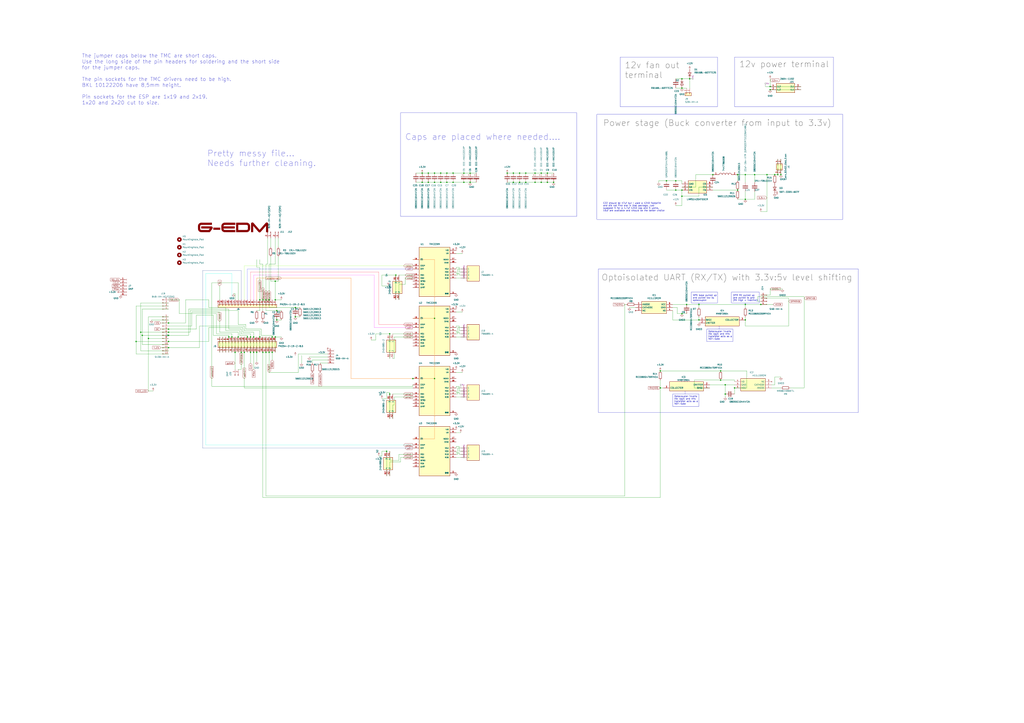
<source format=kicad_sch>
(kicad_sch (version 20230121) (generator eeschema)
  (paper "A1")
  (junction (at 431.8 149.86))
  (junction (at 138.43 273.05))
  (junction (at 367.03 142.24))
  (junction (at 542.29 304.8))
  (junction (at 218.44 289.56))
  (junction (at 416.56 142.24))
  (junction (at 138.43 270.51))
  (junction (at 208.28 276.86))
  (junction (at 195.58 276.86))
  (junction (at 356.87 311.15))
  (junction (at 554.99 148.59))
  (junction (at 612.14 143.51))
  (junction (at 190.5 276.86))
  (junction (at 542.29 318.77))
  (junction (at 426.72 149.86))
  (junction (at 595.63 323.85))
  (junction (at 205.74 276.86))
  (junction (at 638.81 143.51))
  (junction (at 372.11 142.24))
  (junction (at 574.04 262.89))
  (junction (at 242.57 260.35))
  (junction (at 361.95 149.86))
  (junction (at 351.79 149.86))
  (junction (at 444.5 142.24))
  (junction (at 624.84 250.19))
  (junction (at 138.43 285.75))
  (junction (at 560.07 64.77))
  (junction (at 444.5 149.86))
  (junction (at 449.58 142.24))
  (junction (at 226.06 231.14))
  (junction (at 560.07 156.21))
  (junction (at 439.42 149.86))
  (junction (at 226.06 276.86))
  (junction (at 220.98 289.56))
  (junction (at 227.33 262.89))
  (junction (at 213.36 276.86))
  (junction (at 356.87 261.62))
  (junction (at 213.36 246.38))
  (junction (at 346.71 142.24))
  (junction (at 346.71 149.86))
  (junction (at 367.03 149.86))
  (junction (at 386.08 149.86))
  (junction (at 636.27 143.51))
  (junction (at 210.82 289.56))
  (junction (at 454.66 149.86))
  (junction (at 220.98 246.38))
  (junction (at 585.47 143.51))
  (junction (at 351.79 142.24))
  (junction (at 426.72 142.24))
  (junction (at 560.07 72.39))
  (junction (at 317.5 370.84))
  (junction (at 203.2 276.86))
  (junction (at 356.87 149.86))
  (junction (at 560.07 161.29))
  (junction (at 566.42 64.77))
  (junction (at 381 149.86))
  (junction (at 218.44 246.38))
  (junction (at 339.09 311.15))
  (junction (at 320.04 323.85))
  (junction (at 449.58 149.86))
  (junction (at 223.52 289.56))
  (junction (at 116.84 275.59))
  (junction (at 632.46 73.66))
  (junction (at 574.04 250.19))
  (junction (at 641.35 143.51))
  (junction (at 612.14 262.89))
  (junction (at 193.04 289.56))
  (junction (at 629.92 143.51))
  (junction (at 223.52 276.86))
  (junction (at 603.25 318.77))
  (junction (at 138.43 265.43))
  (junction (at 547.37 148.59))
  (junction (at 320.04 274.32))
  (junction (at 208.28 289.56))
  (junction (at 356.87 142.24))
  (junction (at 560.07 257.81))
  (junction (at 361.95 142.24))
  (junction (at 386.08 142.24))
  (junction (at 111.76 280.67))
  (junction (at 325.12 226.06))
  (junction (at 605.79 143.51))
  (junction (at 421.64 142.24))
  (junction (at 200.66 289.56))
  (junction (at 205.74 289.56))
  (junction (at 121.92 278.13))
  (junction (at 431.8 142.24))
  (junction (at 215.9 246.38))
  (junction (at 632.46 71.12))
  (junction (at 439.42 142.24))
  (junction (at 421.64 149.86))
  (junction (at 138.43 280.67))
  (junction (at 187.96 276.86))
  (junction (at 612.14 250.19))
  (junction (at 381 142.24))
  (junction (at 242.57 252.73))
  (junction (at 605.79 156.21))
  (junction (at 138.43 275.59))
  (junction (at 619.76 143.51))
  (junction (at 591.82 312.42))
  (junction (at 115.57 273.05))
  (junction (at 591.82 304.8))
  (junction (at 227.33 255.27))
  (junction (at 595.63 316.23))
  (junction (at 554.99 156.21))
  (junction (at 612.14 163.83))
  (junction (at 215.9 289.56))
  (junction (at 563.88 250.19))
  (junction (at 372.11 149.86))
  (junction (at 226.06 246.38))
  (junction (at 198.12 289.56))
  (wire (pts (xy 166.37 368.3) (xy 339.09 368.3)) (stroke (width 0) (color 51 83 160 1)))
  (wire (pts (xy 196.85 275.59) (xy 196.85 271.78)))
  (wire (pts (xy 166.37 222.25) (xy 198.12 222.25)) (stroke (width 0) (color 51 83 160 1)))
  (wire (pts (xy 570.23 312.42) (xy 591.82 312.42)))
  (wire (pts (xy 200.66 318.77) (xy 339.09 318.77)))
  (wire (pts (xy 157.48 256.54) (xy 180.34 256.54)))
  (wire (pts (xy 560.07 64.77) (xy 566.42 64.77)))
  (wire (pts (xy 138.43 273.05) (xy 156.21 273.05)))
  (wire (pts (xy 195.58 246.38) (xy 195.58 232.41)))
  (wire (pts (xy 223.52 276.86) (xy 223.52 289.56)))
  (wire (pts (xy 328.93 375.92) (xy 339.09 375.92)))
  (wire (pts (xy 632.46 237.49) (xy 642.62 237.49)))
  (wire (pts (xy 157.48 267.97) (xy 157.48 256.54)))
  (wire (pts (xy 636.27 316.23) (xy 636.27 309.88)))
  (wire (pts (xy 378.46 226.06) (xy 377.19 226.06)))
  (wire (pts (xy 612.14 260.35) (xy 612.14 262.89)))
  (wire (pts (xy 375.92 226.06) (xy 374.65 226.06)))
  (wire (pts (xy 173.99 232.41) (xy 173.99 317.5)))
  (wire (pts (xy 121.92 278.13) (xy 121.92 321.31)))
  (wire (pts (xy 595.63 323.85) (xy 595.63 326.39)))
  (wire (pts (xy 377.19 322.58) (xy 374.65 322.58)))
  (wire (pts (xy 560.07 148.59) (xy 554.99 148.59)))
  (wire (pts (xy 374.65 306.07) (xy 379.73 306.07)))
  (wire (pts (xy 320.04 322.58) (xy 320.04 323.85)))
  (wire (pts (xy 180.34 276.86) (xy 180.34 289.56)))
  (wire (pts (xy 203.2 246.38) (xy 203.2 220.98)) (stroke (width 0) (color 72 81 255 1)))
  (wire (pts (xy 552.45 255.27) (xy 552.45 262.89)))
  (wire (pts (xy 226.06 195.58) (xy 226.06 217.17)))
  (wire (pts (xy 205.74 274.32) (xy 205.74 276.86)))
  (wire (pts (xy 195.58 273.05) (xy 195.58 276.86)))
  (wire (pts (xy 322.58 332.74) (xy 323.85 332.74)))
  (wire (pts (xy 320.04 379.73) (xy 320.04 391.16)))
  (wire (pts (xy 554.99 148.59) (xy 547.37 148.59)))
  (wire (pts (xy 426.72 142.24) (xy 431.8 142.24)))
  (wire (pts (xy 636.27 309.88) (xy 641.35 309.88)))
  (wire (pts (xy 213.36 271.78) (xy 213.36 276.86)))
  (wire (pts (xy 439.42 142.24) (xy 444.5 142.24)))
  (wire (pts (xy 242.57 260.35) (xy 246.38 260.35)))
  (wire (pts (xy 377.19 373.38) (xy 377.19 372.11)))
  (wire (pts (xy 213.36 255.27) (xy 210.82 255.27)))
  (wire (pts (xy 629.92 173.99) (xy 629.92 143.51)))
  (wire (pts (xy 195.58 266.7) (xy 201.93 266.7)))
  (wire (pts (xy 560.07 72.39) (xy 563.88 72.39)))
  (wire (pts (xy 374.65 228.6) (xy 378.46 228.6)))
  (wire (pts (xy 431.8 149.86) (xy 439.42 149.86)))
  (wire (pts (xy 317.5 370.84) (xy 317.5 391.16)))
  (wire (pts (xy 203.2 276.86) (xy 203.2 289.56)))
  (wire (pts (xy 199.39 273.05) (xy 208.28 273.05)))
  (wire (pts (xy 152.4 246.38) (xy 152.4 265.43)))
  (wire (pts (xy 308.61 274.32) (xy 308.61 279.4)))
  (wire (pts (xy 374.65 276.86) (xy 378.46 276.86)))
  (wire (pts (xy 203.2 275.59) (xy 196.85 275.59)))
  (wire (pts (xy 339.09 316.23) (xy 339.09 317.5)))
  (wire (pts (xy 327.66 373.38) (xy 339.09 373.38)))
  (wire (pts (xy 377.19 223.52) (xy 377.19 219.71)))
  (wire (pts (xy 152.4 265.43) (xy 138.43 265.43)))
  (wire (pts (xy 377.19 219.71) (xy 374.65 219.71)))
  (wire (pts (xy 182.88 276.86) (xy 182.88 289.56)))
  (wire (pts (xy 367.03 149.86) (xy 372.11 149.86)))
  (wire (pts (xy 386.08 142.24) (xy 391.16 142.24)))
  (wire (pts (xy 205.74 223.52) (xy 311.15 223.52)) (stroke (width 0) (color 255 54 79 1)))
  (wire (pts (xy 374.65 367.03) (xy 374.65 368.3)))
  (wire (pts (xy 378.46 368.3) (xy 375.92 368.3)))
  (wire (pts (xy 193.04 276.86) (xy 193.04 289.56)))
  (wire (pts (xy 199.39 269.24) (xy 199.39 273.05)))
  (wire (pts (xy 218.44 276.86) (xy 218.44 289.56)))
  (wire (pts (xy 574.04 153.67) (xy 574.04 161.29)))
  (wire (pts (xy 541.02 149.86) (xy 541.02 148.59)))
  (wire (pts (xy 116.84 283.21) (xy 116.84 275.59)))
  (wire (pts (xy 377.19 273.05) (xy 374.65 273.05)))
  (wire (pts (xy 218.44 255.27) (xy 218.44 246.38)))
  (wire (pts (xy 563.88 250.19) (xy 574.04 250.19)))
  (wire (pts (xy 111.76 251.46) (xy 111.76 280.67)))
  (wire (pts (xy 377.19 271.78) (xy 377.19 267.97)))
  (wire (pts (xy 313.69 370.84) (xy 313.69 374.65)))
  (wire (pts (xy 215.9 289.56) (xy 215.9 408.94)))
  (wire (pts (xy 638.81 130.81) (xy 638.81 143.51)))
  (wire (pts (xy 560.07 161.29) (xy 560.07 168.91)))
  (wire (pts (xy 386.08 149.86) (xy 391.16 149.86)))
  (wire (pts (xy 449.58 149.86) (xy 454.66 149.86)))
  (wire (pts (xy 121.92 278.13) (xy 138.43 278.13)))
  (wire (pts (xy 245.11 290.83) (xy 245.11 306.07)))
  (wire (pts (xy 332.74 233.68) (xy 332.74 228.6)))
  (wire (pts (xy 201.93 270.51) (xy 214.63 270.51)))
  (wire (pts (xy 327.66 378.46) (xy 327.66 373.38)))
  (wire (pts (xy 378.46 274.32) (xy 377.19 274.32)))
  (wire (pts (xy 173.99 317.5) (xy 339.09 317.5)))
  (wire (pts (xy 195.58 276.86) (xy 195.58 289.56)))
  (wire (pts (xy 513.08 250.19) (xy 513.08 407.67)))
  (wire (pts (xy 595.63 316.23) (xy 595.63 323.85)))
  (wire (pts (xy 612.14 143.51) (xy 619.76 143.51)))
  (wire (pts (xy 374.65 271.78) (xy 374.65 273.05)))
  (wire (pts (xy 166.37 222.25) (xy 166.37 368.3)) (stroke (width 0) (color 51 83 160 1)))
  (wire (pts (xy 205.74 289.56) (xy 205.74 298.45)))
  (wire (pts (xy 570.23 318.77) (xy 570.23 312.42)))
  (wire (pts (xy 381 142.24) (xy 386.08 142.24)))
  (wire (pts (xy 193.04 241.3) (xy 193.04 246.38)))
  (wire (pts (xy 381 149.86) (xy 386.08 149.86)))
  (wire (pts (xy 185.42 252.73) (xy 185.42 271.78)))
  (wire (pts (xy 227.33 260.35) (xy 227.33 262.89)))
  (wire (pts (xy 439.42 149.86) (xy 444.5 149.86)))
  (wire (pts (xy 168.91 365.76) (xy 339.09 365.76)) (stroke (width 0) (color 48 255 230 1)))
  (wire (pts (xy 227.33 262.89) (xy 231.14 262.89)))
  (wire (pts (xy 138.43 290.83) (xy 111.76 290.83)))
  (wire (pts (xy 513.08 250.19) (xy 514.35 250.19)))
  (wire (pts (xy 582.93 316.23) (xy 595.63 316.23)))
  (wire (pts (xy 175.26 259.08) (xy 175.26 275.59)))
  (wire (pts (xy 138.43 251.46) (xy 111.76 251.46)))
  (wire (pts (xy 605.79 143.51) (xy 605.79 148.59)))
  (wire (pts (xy 115.57 248.92) (xy 115.57 273.05)))
  (wire (pts (xy 203.2 220.98) (xy 339.09 220.98)) (stroke (width 0) (color 72 81 255 1)))
  (wire (pts (xy 322.58 323.85) (xy 339.09 323.85)))
  (wire (pts (xy 377.19 323.85) (xy 377.19 322.58)))
  (wire (pts (xy 552.45 250.19) (xy 563.88 250.19)))
  (wire (pts (xy 560.07 161.29) (xy 574.04 161.29)))
  (wire (pts (xy 323.85 276.86) (xy 339.09 276.86)))
  (wire (pts (xy 632.46 73.66) (xy 657.86 73.66)))
  (wire (pts (xy 111.76 290.83) (xy 111.76 280.67)))
  (wire (pts (xy 220.98 217.17) (xy 220.98 246.38)))
  (wire (pts (xy 231.14 276.86) (xy 226.06 276.86)))
  (wire (pts (xy 138.43 270.51) (xy 161.29 270.51)))
  (wire (pts (xy 541.02 148.59) (xy 547.37 148.59)))
  (wire (pts (xy 213.36 213.36) (xy 213.36 217.17)))
  (wire (pts (xy 161.29 270.51) (xy 161.29 259.08)))
  (wire (pts (xy 554.99 64.77) (xy 560.07 64.77)))
  (wire (pts (xy 198.12 270.51) (xy 198.12 274.32)))
  (wire (pts (xy 516.89 252.73) (xy 521.97 252.73)))
  (wire (pts (xy 421.64 142.24) (xy 426.72 142.24)))
  (wire (pts (xy 612.14 250.19) (xy 612.14 252.73)))
  (wire (pts (xy 375.92 323.85) (xy 374.65 323.85)))
  (wire (pts (xy 226.06 231.14) (xy 226.06 246.38)))
  (wire (pts (xy 187.96 270.51) (xy 198.12 270.51)))
  (wire (pts (xy 210.82 246.38) (xy 210.82 228.6)) (stroke (width 0.3) (color 255 171 97 1)))
  (wire (pts (xy 552.45 252.73) (xy 556.26 252.73)))
  (wire (pts (xy 320.04 274.32) (xy 320.04 294.64)))
  (wire (pts (xy 542.29 312.42) (xy 542.29 318.77)))
  (wire (pts (xy 323.85 294.64) (xy 322.58 294.64)))
  (wire (pts (xy 307.34 269.24) (xy 339.09 269.24)) (stroke (width 0) (color 251 48 255 1)))
  (wire (pts (xy 374.65 219.71) (xy 374.65 220.98)))
  (wire (pts (xy 215.9 217.17) (xy 215.9 246.38)))
  (wire (pts (xy 245.11 290.83) (xy 269.24 290.83)))
  (wire (pts (xy 356.87 142.24) (xy 361.95 142.24)))
  (wire (pts (xy 332.74 228.6) (xy 339.09 228.6)))
  (wire (pts (xy 374.65 256.54) (xy 379.73 256.54)))
  (wire (pts (xy 138.43 285.75) (xy 163.83 285.75)))
  (wire (pts (xy 361.95 149.86) (xy 356.87 149.86)))
  (wire (pts (xy 171.45 252.73) (xy 185.42 252.73)))
  (wire (pts (xy 612.14 262.89) (xy 612.14 267.97)))
  (wire (pts (xy 426.72 149.86) (xy 431.8 149.86)))
  (wire (pts (xy 374.65 326.39) (xy 378.46 326.39)))
  (wire (pts (xy 591.82 304.8) (xy 613.41 304.8)))
  (wire (pts (xy 313.69 234.95) (xy 318.77 234.95)))
  (wire (pts (xy 647.7 245.11) (xy 624.84 245.11)))
  (wire (pts (xy 226.06 276.86) (xy 226.06 289.56)))
  (wire (pts (xy 377.19 317.5) (xy 374.65 317.5)))
  (wire (pts (xy 378.46 318.77) (xy 375.92 318.77)))
  (wire (pts (xy 444.5 149.86) (xy 449.58 149.86)))
  (wire (pts (xy 191.77 241.3) (xy 193.04 241.3)))
  (wire (pts (xy 256.54 295.91) (xy 269.24 295.91)))
  (wire (pts (xy 210.82 219.71) (xy 213.36 219.71)))
  (wire (pts (xy 375.92 269.24) (xy 375.92 274.32)))
  (wire (pts (xy 200.66 276.86) (xy 200.66 289.56)))
  (wire (pts (xy 374.65 267.97) (xy 374.65 269.24)))
  (wire (pts (xy 374.65 355.6) (xy 378.46 355.6)))
  (wire (pts (xy 311.15 266.7) (xy 339.09 266.7)) (stroke (width 0) (color 255 54 79 1)))
  (polyline (pts (xy 574.04 248.92) (xy 574.04 250.19)))
  (wire (pts (xy 560.07 153.67) (xy 571.5 153.67)))
  (wire (pts (xy 214.63 270.51) (xy 214.63 275.59)))
  (wire (pts (xy 660.4 318.77) (xy 648.97 318.77)))
  (wire (pts (xy 228.6 210.82) (xy 228.6 231.14)))
  (wire (pts (xy 449.58 142.24) (xy 454.66 142.24)))
  (wire (pts (xy 552.45 262.89) (xy 574.04 262.89)))
  (wire (pts (xy 356.87 360.68) (xy 339.09 360.68)) (stroke (width 0.3) (color 255 171 97 1)))
  (wire (pts (xy 220.98 217.17) (xy 226.06 217.17)))
  (wire (pts (xy 603.25 318.77) (xy 603.25 323.85)))
  (wire (pts (xy 605.79 143.51) (xy 612.14 143.51)))
  (wire (pts (xy 378.46 370.84) (xy 377.19 370.84)))
  (wire (pts (xy 208.28 246.38) (xy 208.28 226.06)) (stroke (width 0) (color 251 48 255 1)))
  (wire (pts (xy 208.28 273.05) (xy 208.28 276.86)))
  (wire (pts (xy 628.65 71.12) (xy 632.46 71.12)))
  (wire (pts (xy 563.88 257.81) (xy 560.07 257.81)))
  (wire (pts (xy 327.66 246.38) (xy 327.66 233.68)))
  (wire (pts (xy 542.29 408.94) (xy 215.9 408.94)))
  (wire (pts (xy 595.63 316.23) (xy 603.25 316.23)))
  (wire (pts (xy 138.43 280.67) (xy 171.45 280.67)))
  (wire (pts (xy 320.04 323.85) (xy 320.04 344.17)))
  (wire (pts (xy 121.92 260.35) (xy 138.43 260.35)))
  (wire (pts (xy 215.9 276.86) (xy 215.9 289.56)))
  (wire (pts (xy 222.25 195.58) (xy 222.25 203.2)))
  (wire (pts (xy 372.11 142.24) (xy 381 142.24)))
  (wire (pts (xy 215.9 217.17) (xy 213.36 217.17)))
  (wire (pts (xy 632.46 71.12) (xy 657.86 71.12)))
  (wire (pts (xy 200.66 267.97) (xy 200.66 271.78)))
  (wire (pts (xy 288.29 311.15) (xy 339.09 311.15)) (stroke (width 0.3) (color 255 171 97 1)))
  (polyline (pts (xy 590.55 267.97) (xy 590.55 270.51)))
  (wire (pts (xy 375.92 318.77) (xy 375.92 323.85)))
  (wire (pts (xy 311.15 223.52) (xy 311.15 266.7)) (stroke (width 0) (color 255 54 79 1)))
  (wire (pts (xy 346.71 142.24) (xy 351.79 142.24)))
  (wire (pts (xy 632.46 64.77) (xy 632.46 71.12)))
  (wire (pts (xy 219.71 217.17) (xy 218.44 217.17)))
  (wire (pts (xy 554.99 156.21) (xy 560.07 156.21)))
  (wire (pts (xy 193.04 289.56) (xy 193.04 303.53)))
  (wire (pts (xy 361.95 142.24) (xy 367.03 142.24)))
  (wire (pts (xy 175.26 275.59) (xy 187.96 275.59)))
  (wire (pts (xy 356.87 311.15) (xy 339.09 311.15)) (stroke (width 0.3) (color 255 171 97 1)))
  (wire (pts (xy 431.8 142.24) (xy 439.42 142.24)))
  (wire (pts (xy 187.96 276.86) (xy 187.96 289.56)))
  (wire (pts (xy 121.92 278.13) (xy 121.92 260.35)))
  (wire (pts (xy 416.56 149.86) (xy 421.64 149.86)))
  (wire (pts (xy 201.93 266.7) (xy 201.93 270.51)))
  (wire (pts (xy 372.11 149.86) (xy 381 149.86)))
  (wire (pts (xy 220.98 306.07) (xy 245.11 306.07)))
  (wire (pts (xy 574.04 252.73) (xy 574.04 250.19)))
  (wire (pts (xy 222.25 210.82) (xy 222.25 231.14)))
  (wire (pts (xy 308.61 274.32) (xy 320.04 274.32)))
  (wire (pts (xy 138.43 248.92) (xy 115.57 248.92)))
  (wire (pts (xy 185.42 276.86) (xy 185.42 289.56)))
  (wire (pts (xy 115.57 273.05) (xy 115.57 288.29)))
  (wire (pts (xy 619.76 157.48) (xy 619.76 163.83)))
  (wire (pts (xy 256.54 298.45) (xy 256.54 295.91)))
  (wire (pts (xy 210.82 213.36) (xy 210.82 219.71)))
  (wire (pts (xy 356.87 213.36) (xy 356.87 261.62)) (stroke (width 0.3) (color 255 171 97 1)))
  (wire (pts (xy 605.79 163.83) (xy 612.14 163.83)))
  (wire (pts (xy 612.14 163.83) (xy 612.14 157.48)))
  (wire (pts (xy 190.5 224.79) (xy 190.5 246.38)) (stroke (width 0) (color 48 255 230 1)))
  (wire (pts (xy 210.82 297.18) (xy 210.82 289.56)))
  (wire (pts (xy 205.74 276.86) (xy 205.74 289.56)))
  (wire (pts (xy 227.33 255.27) (xy 218.44 255.27)))
  (wire (pts (xy 378.46 269.24) (xy 375.92 269.24)))
  (wire (pts (xy 187.96 254) (xy 187.96 270.51)))
  (wire (pts (xy 377.19 226.06) (xy 377.19 224.79)))
  (wire (pts (xy 374.65 223.52) (xy 374.65 224.79)))
  (wire (pts (xy 375.92 220.98) (xy 375.92 226.06)))
  (wire (pts (xy 111.76 280.67) (xy 138.43 280.67)))
  (wire (pts (xy 313.69 226.06) (xy 325.12 226.06)))
  (wire (pts (xy 356.87 149.86) (xy 351.79 149.86)))
  (wire (pts (xy 163.83 267.97) (xy 200.66 267.97)))
  (wire (pts (xy 571.5 153.67) (xy 571.5 143.51)))
  (wire (pts (xy 377.19 367.03) (xy 374.65 367.03)))
  (wire (pts (xy 220.98 252.73) (xy 220.98 246.38)))
  (wire (pts (xy 138.43 246.38) (xy 147.32 246.38)))
  (wire (pts (xy 421.64 149.86) (xy 426.72 149.86)))
  (wire (pts (xy 325.12 226.06) (xy 325.12 246.38)))
  (wire (pts (xy 542.29 304.8) (xy 591.82 304.8)))
  (wire (pts (xy 327.66 226.06) (xy 339.09 226.06)))
  (wire (pts (xy 356.87 261.62) (xy 356.87 311.15)) (stroke (width 0.3) (color 255 171 97 1)))
  (wire (pts (xy 327.66 233.68) (xy 332.74 233.68)))
  (wire (pts (xy 560.07 148.59) (xy 560.07 151.13)))
  (wire (pts (xy 262.89 298.45) (xy 269.24 298.45)))
  (wire (pts (xy 177.8 257.81) (xy 177.8 274.32)))
  (wire (pts (xy 307.34 226.06) (xy 307.34 269.24)) (stroke (width 0) (color 251 48 255 1)))
  (wire (pts (xy 215.9 246.38) (xy 215.9 255.27)))
  (wire (pts (xy 375.92 368.3) (xy 375.92 373.38)))
  (wire (pts (xy 377.19 274.32) (xy 377.19 273.05)))
  (wire (pts (xy 356.87 261.62) (xy 339.09 261.62)) (stroke (width 0.3) (color 255 171 97 1)))
  (wire (pts (xy 198.12 274.32) (xy 205.74 274.32)))
  (wire (pts (xy 323.85 326.39) (xy 339.09 326.39)))
  (wire (pts (xy 542.29 318.77) (xy 542.29 408.94)))
  (wire (pts (xy 641.35 130.81) (xy 641.35 143.51)))
  (wire (pts (xy 375.92 274.32) (xy 374.65 274.32)))
  (wire (pts (xy 323.85 276.86) (xy 323.85 294.64)))
  (wire (pts (xy 161.29 259.08) (xy 175.26 259.08)))
  (wire (pts (xy 351.79 142.24) (xy 356.87 142.24)))
  (wire (pts (xy 147.32 246.38) (xy 147.32 257.81)))
  (wire (pts (xy 374.65 375.92) (xy 378.46 375.92)))
  (wire (pts (xy 190.5 274.32) (xy 190.5 276.86)))
  (wire (pts (xy 208.28 303.53) (xy 208.28 289.56)))
  (wire (pts (xy 574.04 250.19) (xy 612.14 250.19)))
  (wire (pts (xy 138.43 283.21) (xy 116.84 283.21)))
  (wire (pts (xy 612.14 267.97) (xy 647.7 267.97)))
  (wire (pts (xy 200.66 246.38) (xy 200.66 218.44)) (stroke (width 0) (color 162 255 80 1)))
  (wire (pts (xy 635 250.19) (xy 624.84 250.19)))
  (wire (pts (xy 313.69 226.06) (xy 313.69 234.95)))
  (wire (pts (xy 208.28 276.86) (xy 208.28 289.56)))
  (wire (pts (xy 361.95 149.86) (xy 367.03 149.86)))
  (wire (pts (xy 374.65 317.5) (xy 374.65 318.77)))
  (wire (pts (xy 198.12 222.25) (xy 198.12 246.38)) (stroke (width 0) (color 51 83 160 1)))
  (wire (pts (xy 213.36 219.71) (xy 213.36 246.38)))
  (polyline (pts (xy 562.61 321.31) (xy 562.61 323.85)))
  (wire (pts (xy 152.4 246.38) (xy 171.45 246.38)))
  (wire (pts (xy 226.06 246.38) (xy 231.14 246.38)))
  (wire (pts (xy 200.66 218.44) (xy 339.09 218.44)) (stroke (width 0) (color 162 255 80 1)))
  (wire (pts (xy 378.46 373.38) (xy 377.19 373.38)))
  (wire (pts (xy 223.52 289.56) (xy 223.52 295.91)))
  (wire (pts (xy 218.44 289.56) (xy 218.44 407.67)))
  (wire (pts (xy 571.5 143.51) (xy 585.47 143.51)))
  (wire (pts (xy 317.5 327.66) (xy 313.69 327.66)))
  (wire (pts (xy 187.96 275.59) (xy 187.96 276.86)))
  (wire (pts (xy 378.46 323.85) (xy 377.19 323.85)))
  (wire (pts (xy 560.07 257.81) (xy 556.26 257.81)))
  (wire (pts (xy 116.84 254) (xy 116.84 275.59)))
  (wire (pts (xy 612.14 163.83) (xy 619.76 163.83)))
  (wire (pts (xy 180.34 256.54) (xy 180.34 273.05)))
  (wire (pts (xy 341.63 149.86) (xy 346.71 149.86)))
  (wire (pts (xy 124.46 262.89) (xy 138.43 262.89)))
  (wire (pts (xy 416.56 142.24) (xy 421.64 142.24)))
  (wire (pts (xy 115.57 273.05) (xy 138.43 273.05)))
  (wire (pts (xy 542.29 318.77) (xy 544.83 318.77)))
  (wire (pts (xy 220.98 276.86) (xy 220.98 289.56)))
  (wire (pts (xy 171.45 246.38) (xy 171.45 252.73)))
  (wire (pts (xy 190.5 224.79) (xy 168.91 224.79)) (stroke (width 0) (color 48 255 230 1)))
  (wire (pts (xy 556.26 257.81) (xy 556.26 252.73)))
  (wire (pts (xy 633.73 316.23) (xy 636.27 316.23)))
  (wire (pts (xy 636.27 143.51) (xy 638.81 143.51)))
  (wire (pts (xy 220.98 289.56) (xy 220.98 306.07)))
  (wire (pts (xy 647.7 245.11) (xy 647.7 267.97)))
  (wire (pts (xy 624.84 247.65) (xy 622.3 247.65)))
  (wire (pts (xy 115.57 288.29) (xy 138.43 288.29)))
  (wire (pts (xy 622.3 243.84) (xy 660.4 243.84)))
  (wire (pts (xy 288.29 311.15) (xy 288.29 228.6)) (stroke (width 0.3) (color 255 171 97 1)))
  (wire (pts (xy 171.45 280.67) (xy 171.45 269.24)))
  (wire (pts (xy 377.19 321.31) (xy 377.19 317.5)))
  (wire (pts (xy 210.82 276.86) (xy 210.82 289.56)))
  (wire (pts (xy 213.36 246.38) (xy 213.36 255.27)))
  (wire (pts (xy 220.98 252.73) (xy 242.57 252.73)))
  (wire (pts (xy 632.46 237.49) (xy 632.46 242.57)))
  (wire (pts (xy 132.08 285.75) (xy 138.43 285.75)))
  (wire (pts (xy 660.4 243.84) (xy 660.4 318.77)))
  (wire (pts (xy 629.92 143.51) (xy 636.27 143.51)))
  (wire (pts (xy 313.69 370.84) (xy 317.5 370.84)))
  (wire (pts (xy 585.47 156.21) (xy 605.79 156.21)))
  (wire (pts (xy 444.5 142.24) (xy 449.58 142.24)))
  (wire (pts (xy 374.65 208.28) (xy 379.73 208.28)))
  (wire (pts (xy 320.04 378.46) (xy 327.66 378.46)))
  (wire (pts (xy 177.8 274.32) (xy 190.5 274.32)))
  (wire (pts (xy 320.04 370.84) (xy 320.04 378.46)))
  (wire (pts (xy 163.83 285.75) (xy 163.83 267.97)))
  (wire (pts (xy 138.43 254) (xy 116.84 254)))
  (wire (pts (xy 374.65 370.84) (xy 374.65 372.11)))
  (wire (pts (xy 154.94 254) (xy 187.96 254)))
  (wire (pts (xy 328.93 379.73) (xy 328.93 375.92)))
  (wire (pts (xy 138.43 275.59) (xy 154.94 275.59)))
  (polyline (pts (xy 612.14 248.92) (xy 612.14 250.19)))
  (wire (pts (xy 195.58 303.53) (xy 198.12 303.53)))
  (wire (pts (xy 378.46 220.98) (xy 375.92 220.98)))
  (wire (pts (xy 320.04 379.73) (xy 328.93 379.73)))
  (wire (pts (xy 223.52 275.59) (xy 223.52 276.86)))
  (wire (pts (xy 624.84 173.99) (xy 629.92 173.99)))
  (wire (pts (xy 641.35 318.77) (xy 633.73 318.77)))
  (wire (pts (xy 198.12 289.56) (xy 198.12 303.53)))
  (wire (pts (xy 200.66 271.78) (xy 213.36 271.78)))
  (wire (pts (xy 377.19 372.11) (xy 374.65 372.11)))
  (wire (pts (xy 154.94 275.59) (xy 154.94 254)))
  (wire (pts (xy 195.58 232.41) (xy 173.99 232.41)))
  (wire (pts (xy 619.76 143.51) (xy 619.76 149.86)))
  (wire (pts (xy 147.32 257.81) (xy 177.8 257.81)))
  (wire (pts (xy 190.5 276.86) (xy 190.5 289.56)))
  (wire (pts (xy 210.82 228.6) (xy 288.29 228.6)) (stroke (width 0.3) (color 255 171 97 1)))
  (wire (pts (xy 622.3 247.65) (xy 622.3 243.84)))
  (wire (pts (xy 214.63 275.59) (xy 223.52 275.59)))
  (wire (pts (xy 375.92 373.38) (xy 374.65 373.38)))
  (wire (pts (xy 378.46 271.78) (xy 377.19 271.78)))
  (wire (pts (xy 566.42 72.39) (xy 566.42 64.77)))
  (wire (pts (xy 374.65 321.31) (xy 374.65 322.58)))
  (wire (pts (xy 311.15 374.65) (xy 313.69 374.65)))
  (wire (pts (xy 200.66 289.56) (xy 200.66 318.77)))
  (wire (pts (xy 603.25 312.42) (xy 603.25 313.69)))
  (wire (pts (xy 378.46 321.31) (xy 377.19 321.31)))
  (wire (pts (xy 612.14 143.51) (xy 612.14 149.86)))
  (wire (pts (xy 619.76 143.51) (xy 629.92 143.51)))
  (wire (pts (xy 339.09 213.36) (xy 356.87 213.36)) (stroke (width 0.3) (color 255 171 97 1)))
  (wire (pts (xy 304.8 279.4) (xy 308.61 279.4)))
  (wire (pts (xy 317.5 322.58) (xy 320.04 322.58)))
  (wire (pts (xy 205.74 223.52) (xy 205.74 246.38)) (stroke (width 0) (color 255 54 79 1)))
  (wire (pts (xy 591.82 312.42) (xy 603.25 312.42)))
  (wire (pts (xy 121.92 321.31) (xy 125.73 321.31)))
  (wire (pts (xy 554.99 168.91) (xy 560.07 168.91)))
  (wire (pts (xy 574.04 153.67) (xy 585.47 153.67)))
  (wire (pts (xy 351.79 149.86) (xy 346.71 149.86)))
  (wire (pts (xy 138.43 267.97) (xy 157.48 267.97)))
  (wire (pts (xy 198.12 276.86) (xy 198.12 289.56)))
  (wire (pts (xy 218.44 407.67) (xy 513.08 407.67)))
  (wire (pts (xy 554.99 72.39) (xy 560.07 72.39)))
  (wire (pts (xy 180.34 273.05) (xy 195.58 273.05)))
  (wire (pts (xy 195.58 255.27) (xy 195.58 266.7)))
  (wire (pts (xy 132.08 265.43) (xy 138.43 265.43)))
  (wire (pts (xy 377.19 370.84) (xy 377.19 367.03)))
  (wire (pts (xy 612.14 250.19) (xy 624.84 250.19)))
  (wire (pts (xy 218.44 217.17) (xy 218.44 246.38)))
  (wire (pts (xy 317.5 322.58) (xy 317.5 327.66)))
  (wire (pts (xy 180.34 234.95) (xy 180.34 246.38)))
  (wire (pts (xy 168.91 224.79) (xy 168.91 365.76)) (stroke (width 0) (color 48 255 230 1)))
  (wire (pts (xy 341.63 142.24) (xy 346.71 142.24)))
  (wire (pts (xy 156.21 255.27) (xy 195.58 255.27)))
  (wire (pts (xy 367.03 142.24) (xy 372.11 142.24)))
  (wire (pts (xy 323.85 332.74) (xy 323.85 326.39)))
  (wire (pts (xy 378.46 223.52) (xy 377.19 223.52)))
  (wire (pts (xy 247.65 298.45) (xy 247.65 292.1)))
  (wire (pts (xy 208.28 226.06) (xy 307.34 226.06)) (stroke (width 0) (color 251 48 255 1)))
  (wire (pts (xy 116.84 275.59) (xy 138.43 275.59)))
  (wire (pts (xy 632.46 242.57) (xy 624.84 242.57)))
  (wire (pts (xy 377.19 267.97) (xy 374.65 267.97)))
  (wire (pts (xy 574.04 262.89) (xy 574.04 260.35)))
  (wire (pts (xy 613.41 304.8) (xy 613.41 318.77)))
  (wire (pts (xy 560.07 156.21) (xy 560.07 161.29)))
  (wire (pts (xy 219.71 195.58) (xy 219.71 217.17)))
  (wire (pts (xy 242.57 252.73) (xy 246.38 252.73)))
  (wire (pts (xy 377.19 224.79) (xy 374.65 224.79)))
  (wire (pts (xy 254 293.37) (xy 269.24 293.37)))
  (wire (pts (xy 603.25 318.77) (xy 613.41 318.77)))
  (wire (pts (xy 171.45 269.24) (xy 199.39 269.24)))
  (wire (pts (xy 185.42 271.78) (xy 196.85 271.78)))
  (wire (pts (xy 322.58 344.17) (xy 322.58 332.74)))
  (wire (pts (xy 228.6 195.58) (xy 228.6 203.2)))
  (wire (pts (xy 213.36 276.86) (xy 213.36 289.56)))
  (wire (pts (xy 322.58 274.32) (xy 339.09 274.32)))
  (wire (pts (xy 222.25 231.14) (xy 226.06 231.14)))
  (wire (pts (xy 582.93 318.77) (xy 570.23 318.77)))
  (wire (pts (xy 132.08 270.51) (xy 138.43 270.51)))
  (wire (pts (xy 547.37 156.21) (xy 554.99 156.21)))
  (wire (pts (xy 156.21 273.05) (xy 156.21 255.27)))
  (wire (pts (xy 226.06 231.14) (xy 228.6 231.14)))
  (wire (pts (xy 227.33 255.27) (xy 231.14 255.27)))
  (wire (pts (xy 203.2 276.86) (xy 203.2 275.59)))
  (wire (pts (xy 356.87 311.15) (xy 356.87 360.68)) (stroke (width 0.3) (color 255 171 97 1)))
  (rectangle (start 567.69 240.03) (end 589.28 248.92))
  (rectangle (start 491.49 220.98) (end 704.85 339.09))
  (rectangle (start 603.25 46.99) (end 684.53 87.63))
  (rectangle (start 552.45 323.85) (end 574.04 334.01))
  (rectangle (start 600.71 240.03) (end 623.57 248.92))
  (rectangle (start 580.39 270.51) (end 601.98 280.67))
  (rectangle (start 490.22 93.98) (end 692.15 180.34))
  (rectangle (start 509.27 46.99) (end 589.28 87.63))
  (rectangle (start 328.93 92.71) (end 473.71 177.8))
  (text "Optocoupler inverts \nthe logic and this\ntransistor acts as a \nNOT-Gate" (at 581.66 279.4 0) (effects (font (size 1.27 1.27)) (justify left bottom)))
  (text "DPM RX pulled up\nand pulled to gnd\n(RX high = inactive)" (at 601.98 247.65 0) (effects (font (size 1.27 1.27)) (justify left bottom)))
  (text "The jumper caps below the TMC are short caps.\nUse the long side of the pin headers for soldering and the short side \nfor the jumper caps.\n\nThe pin sockets for the TMC drivers need to be high.\nBKL 10122206 have 8,5mm height.\n\nPin sockets for the ESP are 1x19 and 2x19. \n1x20 and 2x20 cut to size." (at 67.31 86.36 0) (effects (font (size 3 3)) (justify left bottom)))
  (text "C22 should be 47uf but I used a 1210 footprint\nand did not find one in that package. Just\nswapped it for a 4.7uf 1210 cap and it works.\n10uf are available and should be the better choice" (at 495.3 173.99 0) (effects (font (size 1.27 1.27)) (justify left bottom)))
  (text "12v fan out \nterminal" (at 513.08 64.77 0) (effects (font (size 5 5)) (justify left bottom)))
  (text "NPN base pulled up\nand pulled low by\noptocoupler" (at 568.96 247.65 0) (effects (font (size 1.27 1.27)) (justify left bottom)))
  (text "Pretty messy file...\nNeeds further cleaning." (at 170.18 137.16 0) (effects (font (size 5 5)) (justify left bottom)))
  (text "Optocoupler inverts \nthe logic and this\ntransistor acts as a \nNOT-Gate" (at 553.72 332.74 0) (effects (font (size 1.27 1.27)) (justify left bottom)))
  (text "12v power terminal" (at 607.06 55.88 0) (effects (font (size 5 5)) (justify left bottom)))
  (text "Caps are placed where needed...." (at 332.74 115.57 0) (effects (font (size 5 5)) (justify left bottom)))
  (text "Power stage (Buck converter from input to 3.3v)" (at 495.3 104.14 0) (effects (font (size 5 5)) (justify left bottom)))
  (text "Optoisolated UART (RX/TX) with 3.3v:5v level shifting" (at 494.03 231.14 0) (effects (font (size 5 5)) (justify left bottom)))
  (global_label "ams2" (shape input) (at 331.47 326.39 0) (property "Intersheetrefs" "${INTERSHEET_REFS}" (effects hide)) (property "Referenzen zwischen Schaltplänen" "${INTERSHEET_REFS}" (effects hide)))
  (global_label "DPMTXB" (shape input) (at 660.4 245.11 0) (property "Intersheetrefs" "${INTERSHEET_REFS}" (effects hide)))
  (global_label "ystep" (shape input) (at 331.47 365.76 0) (property "Intersheetrefs" "${INTERSHEET_REFS}" (effects hide)) (property "Referenzen zwischen Schaltplänen" "${INTERSHEET_REFS}" (effects hide)))
  (global_label "3.3v+" (shape input) (at 629.92 162.56 180) (property "Intersheetrefs" "${INTERSHEET_REFS}" (effects hide)) (property "Referenzen zwischen Schaltplänen" "${INTERSHEET_REFS}" (effects hide)))
  (global_label "xdir" (shape input) (at 332.74 220.98 0) (property "Intersheetrefs" "${INTERSHEET_REFS}" (effects hide)) (property "Referenzen zwischen Schaltplänen" "${INTERSHEET_REFS}" (effects hide)))
  (global_label "zstep" (shape input) (at 331.47 266.7 0) (property "Intersheetrefs" "${INTERSHEET_REFS}" (effects hide)) (property "Referenzen zwischen Schaltplänen" "${INTERSHEET_REFS}" (effects hide)))
  (global_label "VCC_LED" (shape input) (at 121.92 321.31 180) (property "Intersheetrefs" "${INTERSHEET_REFS}" (effects hide)) (property "Referenzen zwischen Schaltplänen" "${INTERSHEET_REFS}" (effects hide)))
  (global_label "ams1" (shape input) (at 331.47 323.85 0) (property "Intersheetrefs" "${INTERSHEET_REFS}" (effects hide)) (property "Referenzen zwischen Schaltplänen" "${INTERSHEET_REFS}" (effects hide)))
  (global_label "input35" (shape input) (at 213.36 229.87 270) (property "Intersheetrefs" "${INTERSHEET_REFS}" (effects hide)) (property "Referenzen zwischen Schaltplänen" "${INTERSHEET_REFS}" (effects hide)))
  (global_label "zms1" (shape input) (at 331.47 274.32 0) (property "Intersheetrefs" "${INTERSHEET_REFS}" (effects hide)) (property "Referenzen zwischen Schaltplänen" "${INTERSHEET_REFS}" (effects hide)))
  (global_label "xms1" (shape input) (at 332.74 226.06 0) (property "Intersheetrefs" "${INTERSHEET_REFS}" (effects hide)) (property "Referenzen zwischen Schaltplänen" "${INTERSHEET_REFS}" (effects hide)))
  (global_label "VCCB" (shape input) (at 635 250.19 0) (property "Intersheetrefs" "${INTERSHEET_REFS}" (effects hide)))
  (global_label "TX(IO1)" (shape input) (at 513.08 250.19 180) (property "Intersheetrefs" "${INTERSHEET_REFS}" (effects hide)))
  (global_label "zdir" (shape input) (at 332.74 269.24 0) (property "Intersheetrefs" "${INTERSHEET_REFS}" (effects hide)) (property "Referenzen zwischen Schaltplänen" "${INTERSHEET_REFS}" (effects hide)))
  (global_label "yms2" (shape input) (at 331.47 375.92 0) (property "Intersheetrefs" "${INTERSHEET_REFS}" (effects hide)) (property "Referenzen zwischen Schaltplänen" "${INTERSHEET_REFS}" (effects hide)))
  (global_label "yms1" (shape input) (at 331.47 373.38 0) (property "Intersheetrefs" "${INTERSHEET_REFS}" (effects hide)) (property "Referenzen zwischen Schaltplänen" "${INTERSHEET_REFS}" (effects hide)))
  (global_label "adir17" (shape input) (at 200.66 311.15 90) (property "Intersheetrefs" "${INTERSHEET_REFS}" (effects hide)) (property "Referenzen zwischen Schaltplänen" "${INTERSHEET_REFS}" (effects hide)))
  (global_label "12v+" (shape input) (at 632.46 66.04 0) (property "Intersheetrefs" "${INTERSHEET_REFS}" (effects hide)) (property "Referenzen zwischen Schaltplänen" "${INTERSHEET_REFS}" (effects hide)))
  (global_label "CLK" (shape input) (at 205.74 298.45 270) (property "Intersheetrefs" "${INTERSHEET_REFS}" (effects hide)) (property "Referenzen zwischen Schaltplänen" "${INTERSHEET_REFS}" (effects hide)))
  (global_label "DPMRXB" (shape input) (at 647.7 247.65 0) (property "Intersheetrefs" "${INTERSHEET_REFS}" (effects hide)))
  (global_label "Miso" (shape input) (at 99.06 237.49 180) (property "Intersheetrefs" "${INTERSHEET_REFS}" (effects hide)) (property "Referenzen zwischen Schaltplänen" "${INTERSHEET_REFS}" (effects hide)))
  (global_label "zms2" (shape input) (at 331.47 276.86 0) (property "Intersheetrefs" "${INTERSHEET_REFS}" (effects hide)) (property "Referenzen zwischen Schaltplänen" "${INTERSHEET_REFS}" (effects hide)))
  (global_label "Limit39" (shape input) (at 218.44 238.76 270) (property "Intersheetrefs" "${INTERSHEET_REFS}" (effects hide)) (property "Referenzen zwischen Schaltplänen" "${INTERSHEET_REFS}" (effects hide)))
  (global_label "input35" (shape input) (at 256.54 306.07 270) (property "Intersheetrefs" "${INTERSHEET_REFS}" (effects hide)) (property "Referenzen zwischen Schaltplänen" "${INTERSHEET_REFS}" (effects hide)))
  (global_label "vSense34" (shape input) (at 215.9 236.22 270) (property "Intersheetrefs" "${INTERSHEET_REFS}" (effects hide)) (property "Referenzen zwischen Schaltplänen" "${INTERSHEET_REFS}" (effects hide)))
  (global_label "DC" (shape input) (at 132.08 270.51 180) (property "Intersheetrefs" "${INTERSHEET_REFS}" (effects hide)) (property "Referenzen zwischen Schaltplänen" "${INTERSHEET_REFS}" (effects hide)))
  (global_label "astep12" (shape input) (at 173.99 311.15 90) (property "Intersheetrefs" "${INTERSHEET_REFS}" (effects hide)) (property "Referenzen zwischen Schaltplänen" "${INTERSHEET_REFS}" (effects hide)))
  (global_label "ydir" (shape input) (at 332.74 368.3 0) (property "Intersheetrefs" "${INTERSHEET_REFS}" (effects hide)) (property "Referenzen zwischen Schaltplänen" "${INTERSHEET_REFS}" (effects hide)))
  (global_label "CLK" (shape input) (at 99.06 232.41 180) (property "Intersheetrefs" "${INTERSHEET_REFS}" (effects hide)) (property "Referenzen zwischen Schaltplänen" "${INTERSHEET_REFS}" (effects hide)))
  (global_label "gpio0" (shape input) (at 193.04 298.45 180) (property "Intersheetrefs" "${INTERSHEET_REFS}" (effects hide)) (property "Referenzen zwischen Schaltplänen" "${INTERSHEET_REFS}" (effects hide)))
  (global_label "GND5v" (shape input) (at 632.46 237.49 0) (property "Intersheetrefs" "${INTERSHEET_REFS}" (effects hide)))
  (global_label "SD_CS" (shape input) (at 99.06 229.87 180) (property "Intersheetrefs" "${INTERSHEET_REFS}" (effects hide)) (property "Referenzen zwischen Schaltplänen" "${INTERSHEET_REFS}" (effects hide)))
  (global_label "enable-all" (shape input) (at 231.14 228.6 180) (property "Intersheetrefs" "${INTERSHEET_REFS}" (effects hide)) (property "Referenzen zwischen Schaltplänen" "${INTERSHEET_REFS}" (effects hide)))
  (global_label "xms2" (shape input) (at 332.74 228.6 0) (property "Intersheetrefs" "${INTERSHEET_REFS}" (effects hide)) (property "Referenzen zwischen Schaltplänen" "${INTERSHEET_REFS}" (effects hide)))
  (global_label "CS" (shape input) (at 132.08 265.43 180) (property "Intersheetrefs" "${INTERSHEET_REFS}" (effects hide)) (property "Referenzen zwischen Schaltplänen" "${INTERSHEET_REFS}" (effects hide)))
  (global_label "PWM" (shape input) (at 220.98 306.07 90) (property "Intersheetrefs" "${INTERSHEET_REFS}" (effects hide)) (property "Referenzen zwischen Schaltplänen" "${INTERSHEET_REFS}" (effects hide)))
  (global_label "MOSI" (shape input) (at 99.06 234.95 180) (property "Intersheetrefs" "${INTERSHEET_REFS}" (effects hide)) (property "Referenzen zwischen Schaltplänen" "${INTERSHEET_REFS}" (effects hide)))
  (global_label "T_CS" (shape input) (at 132.08 285.75 180) (property "Intersheetrefs" "${INTERSHEET_REFS}" (effects hide)) (property "Referenzen zwischen Schaltplänen" "${INTERSHEET_REFS}" (effects hide)))
  (global_label "reset" (shape input) (at 180.34 264.16 90) (property "Intersheetrefs" "${INTERSHEET_REFS}" (effects hide)) (property "Referenzen zwischen Schaltplänen" "${INTERSHEET_REFS}" (effects hide)))
  (global_label "vSense34" (shape input) (at 262.89 306.07 270) (property "Intersheetrefs" "${INTERSHEET_REFS}" (effects hide)) (property "Referenzen zwischen Schaltplänen" "${INTERSHEET_REFS}" (effects hide)))
  (global_label "MOSI" (shape input) (at 223.52 295.91 270) (property "Intersheetrefs" "${INTERSHEET_REFS}" (effects hide)) (property "Referenzen zwischen Schaltplänen" "${INTERSHEET_REFS}" (effects hide)))
  (global_label "xstep" (shape input) (at 331.47 218.44 0) (property "Intersheetrefs" "${INTERSHEET_REFS}" (effects hide)) (property "Referenzen zwischen Schaltplänen" "${INTERSHEET_REFS}" (effects hide)))
  (global_label "SD_CS" (shape input) (at 147.32 246.38 180) (property "Intersheetrefs" "${INTERSHEET_REFS}" (effects hide)) (property "Referenzen zwischen Schaltplänen" "${INTERSHEET_REFS}" (effects hide)))
  (global_label "GPIO16" (shape input) (at 198.12 299.72 90) (property "Intersheetrefs" "${INTERSHEET_REFS}" (effects hide)) (property "Referenzen zwischen Schaltplänen" "${INTERSHEET_REFS}" (effects hide)))
  (global_label "Start36" (shape input) (at 220.98 238.76 270) (property "Intersheetrefs" "${INTERSHEET_REFS}" (effects hide)) (property "Referenzen zwischen Schaltplänen" "${INTERSHEET_REFS}" (effects hide)))
  (global_label "Miso" (shape input) (at 208.28 303.53 270) (property "Intersheetrefs" "${INTERSHEET_REFS}" (effects hide)) (property "Referenzen zwischen Schaltplänen" "${INTERSHEET_REFS}" (effects hide)))
  (global_label "RX(IO3)" (shape input) (at 542.29 318.77 180) (property "Intersheetrefs" "${INTERSHEET_REFS}" (effects hide)))
  (global_label "5v" (shape input) (at 180.34 234.95 90) (property "Intersheetrefs" "${INTERSHEET_REFS}" (effects hide)) (property "Referenzen zwischen Schaltplänen" "${INTERSHEET_REFS}" (effects hide)))
  (netclass_flag "" (length 2.54) (shape round) (at 378.46 370.84 270) (property "Netclass" "hv" (at 381 370.1415 90) (effects (font italic) (justify left))))
  (netclass_flag "" (length 2.54) (shape round) (at 566.42 64.77 270) (property "Netclass" "hv" (at 568.96 64.0715 90) (effects (font italic) (justify left))))
  (netclass_flag "" (length 2.54) (shape round) (at 628.65 71.12 0) (property "Netclass" "hv" (at 629.3485 68.58 0) (effects (font italic) (justify left))))
  (netclass_flag "" (length 2.54) (shape round) (at 378.46 326.39 270) (property "Netclass" "hv" (at 381 325.6915 90) (effects (font italic) (justify left))))
  (netclass_flag "" (length 2.54) (shape round) (at 378.46 368.3 270) (property "Netclass" "hv" (at 381 367.6015 90) (effects (font italic) (justify left))))
  (netclass_flag "" (length 2.54) (shape round) (at 378.46 318.77 0) (property "Netclass" "hv" (at 379.1585 316.23 0) (effects (font italic) (justify left))))
  (netclass_flag "" (length 2.54) (shape round) (at 378.46 274.32 270) (property "Netclass" "hv" (at 381 273.6215 90) (effects (font italic) (justify left))))
  (netclass_flag "" (length 2.54) (shape round) (at 378.46 321.31 270) (property "Netclass" "hv" (at 381 320.6115 90) (effects (font italic) (justify left))))
  (netclass_flag "" (length 2.54) (shape round) (at 378.46 220.98 270) (property "Netclass" "hv" (at 381 220.2815 90) (effects (font italic) (justify left))))
  (netclass_flag "" (length 2.54) (shape round) (at 378.46 323.85 270) (property "Netclass" "hv" (at 381 323.1515 90) (effects (font italic) (justify left))))
  (netclass_flag "" (length 2.54) (shape round) (at 378.46 269.24 270) (property "Netclass" "hv" (at 381 268.5415 90) (effects (font italic) (justify left))))
  (netclass_flag "" (length 2.54) (shape round) (at 378.46 226.06 270) (property "Netclass" "hv" (at 381 225.3615 90) (effects (font italic) (justify left))))
  (netclass_flag "" (length 2.54) (shape round) (at 378.46 228.6 270) (property "Netclass" "hv" (at 381 227.9015 90) (effects (font italic) (justify left))))
  (netclass_flag "" (length 2.54) (shape round) (at 378.46 271.78 270) (property "Netclass" "hv" (at 381 271.0815 90) (effects (font italic) (justify left))))
  (netclass_flag "" (length 2.54) (shape round) (at 378.46 276.86 270) (property "Netclass" "hv" (at 381 276.1615 90) (effects (font italic) (justify left))))
  (netclass_flag "" (length 2.54) (shape round) (at 378.46 375.92 270) (property "Netclass" "hv" (at 381 375.2215 90) (effects (font italic) (justify left))))
  (netclass_flag "" (length 2.54) (shape round) (at 378.46 373.38 270) (property "Netclass" "hv" (at 381 372.6815 90) (effects (font italic) (justify left))))
  (netclass_flag "" (length 2.54) (shape round) (at 378.46 223.52 270) (property "Netclass" "hv" (at 381 222.8215 90) (effects (font italic) (justify left))))
  (symbol (lib_id "Device:R") (at 228.6 207.01 0) (unit 1)
    (property "Reference" "R3" (at 232.41 205.74 0) (effects (justify left)))
    (property "Value" "ERJ-T06J102V" (at 237.49 205.74 0) (effects (justify left)))
    (property "Footprint" "Resistor_SMD:R_0805_2012Metric_Pad1.20x1.40mm_HandSolder" (effects hide))
  )
  (symbol (lib_id "Mechanical:MountingHole") (at 147.32 203.2 0) (unit 1)
    (property "Reference" "H1" (at 149.86 200.6599 0) (effects (justify left)))
    (property "Value" "MountingHole_Pad" (at 149.86 203.1999 0) (effects (justify left)))
    (property "Footprint" "MountingHole:MountingHole_3.2mm_M3_Pad_Via" (effects hide))
  )
  (symbol (lib_id "power:+3.3V") (at 374.65 353.06 0) (unit 1)
    (property "Reference" "#PWR021" (effects hide))
    (property "Value" "+3.3V" (at 374.65 347.98 0))
  )
  (symbol (lib_id "Device:R") (at 246.38 256.54 0) (unit 1)
    (property "Reference" "R4" (at 242.57 254 0) (effects (justify left)))
    (property "Value" "560112120013" (at 248.92 254 0) (effects (justify left)))
    (property "Footprint" "Resistor_SMD:R_0805_2012Metric_Pad1.20x1.40mm_HandSolder" (effects hide))
  )
  (symbol (lib_id "Device:R") (at 215.9 259.08 0) (unit 1)
    (property "Reference" "R1" (at 217.17 257.81 0) (effects (justify left)))
    (property "Value" "560112120013" (at 248.92 256.54 0) (effects (justify left)))
    (property "Footprint" "Resistor_SMD:R_0805_2012Metric_Pad1.20x1.40mm_HandSolder" (effects hide))
  )
  (symbol (lib_id "tmc2209_silentstepstick:TMC2209_SILENTSTEPSTICK") (at 356.87 223.52 0) (unit 1)
    (property "Reference" "U1" (at 346.71 200.66 0))
    (property "Value" "TMC2209" (at 356.87 200.66 0))
    (property "Footprint" "custom:MODULE_TMC2209_SILENTSTEPSTICK" (effects hide))
    (property "MANUFACTURER" "Trinamic Motion Control GmbH" (effects hide))
    (property "SNAPEDA_PN" "TMC2209 SILENTSTEPSTICK" (effects hide))
    (property "PARTREV" "1.20" (effects hide))
    (property "STANDARD" "Manufacturer Recommendations" (effects hide))
  )
  (symbol (lib_id "power:GND") (at 231.14 276.86 0) (unit 1)
    (property "Reference" "#PWR0101" (effects hide))
    (property "Value" "GND" (at 231.14 281.94 0))
  )
  (symbol (lib_id "power:+12V") (at 379.73 256.54 0) (unit 1)
    (property "Reference" "#PWR028" (effects hide))
    (property "Value" "+12V" (at 379.73 251.46 0))
  )
  (symbol (lib_id "Device:C") (at 547.37 152.4 0) (mirror y) (unit 1)
    (property "Reference" "C22" (at 548.64 160.02 0) (effects (justify left)))
    (property "Value" "GRM32ER71H475KA88L" (at 547.37 146.05 90) (effects (justify left)))
    (property "Footprint" "Capacitor_SMD:C_1210_3225Metric_Pad1.33x2.70mm_HandSolder" (effects hide))
  )
  (symbol (lib_id "Device:C") (at 426.72 146.05 0) (unit 1)
    (property "Reference" "C13" (at 425.45 151.13 0) (effects (justify left)))
    (property "Value" "08055C104K4T2A" (at 426.72 171.45 90) (effects (justify left)))
    (property "Footprint" "Capacitor_SMD:C_0805_2012Metric_Pad1.18x1.45mm_HandSolder" (effects hide))
  )
  (symbol (lib_id "Device:R") (at 542.29 308.61 180) (unit 1)
    (property "Reference" "R14" (at 535.94 307.34 0) (effects (justify right)))
    (property "Value" "RCC0805470RFKEA" (at 521.97 309.88 0) (effects (justify right)))
    (property "Footprint" "Resistor_SMD:R_0805_2012Metric_Pad1.20x1.40mm_HandSolder" (effects hide))
  )
  (symbol (lib_id "power:+3.3V") (at 311.15 374.65 0) (unit 1)
    (property "Reference" "#PWR020" (effects hide))
    (property "Value" "+3.3V" (at 311.15 377.19 0))
  )
  (symbol (lib_id "power:+12V") (at 554.99 168.91 0) (unit 1)
    (property "Reference" "#PWR027" (effects hide))
    (property "Value" "+12V" (at 554.99 163.83 0))
  )
  (symbol (lib_id "2454985-2sym:2454985-2") (at 320.04 323.85 90) (mirror x) (unit 1)
    (property "Reference" "S1" (at 312.42 323.85 0))
    (property "Value" "2454985-2" (at 314.96 334.01 0))
    (property "Footprint" "24549852" (effects hide))
    (property "Datasheet" "https://www.te.com/commerce/DocumentDelivery/DDEController?Action=showdoc&DocId=Customer+Drawing%7F2454985%7F1%7Fpdf%7FEnglish%7FENG_CD_2454985_1.pdf%7F2454985-2" (effects hide))
    (property "Height" "4.85" (effects hide))
    (property "Manufacturer_Name" "TE Connectivity" (effects hide))
    (property "Manufacturer_Part_Number" "2454985-2" (effects hide))
    (property "Mouser Part Number" "655-2454985-2" (effects hide))
    (property "Mouser Price/Stock" "https://www.mouser.co.uk/ProductDetail/TE-Connectivity-Alcoswitch/2454985-2?qs=1Kr7Jg1SGW9BJVCnMGNqBQ%3D%3D" (effects hide))
    (property "Arrow Part Number" "2454985-2" (effects hide))
    (property "Arrow Price/Stock" "null?region=nac" (effects hide))
  )
  (symbol (lib_id "power:GND") (at 210.82 262.89 0) (unit 1)
    (property "Reference" "#PWR02" (effects hide))
    (property "Value" "GND" (at 207.01 265.43 0))
  )
  (symbol (lib_id "power:+3.3V") (at 304.8 279.4 0) (unit 1)
    (property "Reference" "#PWR024" (effects hide))
    (property "Value" "+3.3V" (at 304.8 274.32 0))
  )
  (symbol (lib_id "MMBT3904:MMBT3904") (at 574.04 262.89 0) (unit 1)
    (property "Reference" "IC4" (at 593.09 255.27 0))
    (property "Value" "MMBT3904" (at 593.09 257.81 0))
    (property "Footprint" "SOT95P240X110-3N" (effects hide))
    (property "Datasheet" "https://www.arrow.com/en/products/mmbt3904/rectron" (effects hide))
    (property "Height" "1.1" (effects hide))
    (property "Manufacturer_Name" "Rectron" (effects hide))
    (property "Manufacturer_Part_Number" "MMBT3904" (effects hide))
    (property "Mouser Part Number" "583-MMBT3904" (effects hide))
    (property "Mouser Price/Stock" "https://www.mouser.co.uk/ProductDetail/Rectron/MMBT3904?qs=w%2Fv1CP2dgqqR04yFya3A3w%3D%3D" (effects hide))
    (property "Arrow Part Number" "MMBT3904" (effects hide))
    (property "Arrow Price/Stock" "https://www.arrow.com/en/products/mmbt3904/rectron?region=nac" (effects hide))
  )
  (symbol (lib_id "tmc2209_silentstepstick:TMC2209_SILENTSTEPSTICK") (at 356.87 370.84 0) (unit 1)
    (property "Reference" "U3" (at 345.44 347.98 0))
    (property "Value" "TMC2209" (at 354.33 347.98 0))
    (property "Footprint" "custom:MODULE_TMC2209_SILENTSTEPSTICK" (effects hide))
    (property "MANUFACTURER" "Trinamic Motion Control GmbH" (effects hide))
    (property "SNAPEDA_PN" "TMC2209 SILENTSTEPSTICK" (effects hide))
    (property "PARTREV" "1.20" (effects hide))
    (property "STANDARD" "Manufacturer Recommendations" (effects hide))
  )
  (symbol (lib_id "Device:C_Polarized") (at 381 146.05 0) (unit 1)
    (property "Reference" "C5" (at 381 139.7 90))
    (property "Value" "EEE-HA1C221XP" (at 381 128.27 90))
    (property "Footprint" "Capacitor_SMD:CP_Elec_6.3x7.7" (effects hide))
  )
  (symbol (lib_id "power:GND") (at 641.35 143.51 0) (mirror y) (unit 1)
    (property "Reference" "#PWR03" (effects hide))
    (property "Value" "GND" (at 642.62 147.32 0))
  )
  (symbol (lib_id "power:+3.3V") (at 318.77 234.95 0) (unit 1)
    (property "Reference" "#PWR023" (effects hide))
    (property "Value" "+3.3V" (at 318.77 236.22 0))
  )
  (symbol (lib_id "Device:R") (at 231.14 259.08 0) (unit 1)
    (property "Reference" "R2" (at 227.33 256.54 0) (effects (justify left)))
    (property "Value" "560112120013" (at 248.92 261.62 0) (effects (justify left)))
    (property "Footprint" "Resistor_SMD:R_0805_2012Metric_Pad1.20x1.40mm_HandSolder" (effects hide))
  )
  (symbol (lib_id "Device:C") (at 619.76 153.67 0) (mirror x) (unit 1)
    (property "Reference" "C27" (at 619.76 156.21 0) (effects (justify left)))
    (property "Value" "08055C104K4T2A" (at 619.76 124.46 90) (effects (justify left)))
    (property "Footprint" "Capacitor_SMD:C_0805_2012Metric_Pad1.18x1.45mm_HandSolder" (effects hide))
  )
  (symbol (lib_id "power:+12V") (at 416.56 142.24 0) (unit 1)
    (property "Reference" "#PWR037" (effects hide))
    (property "Value" "+12V" (at 416.56 137.16 0))
  )
  (symbol (lib_id "power:GND") (at 636.27 158.75 0) (mirror y) (unit 1)
    (property "Reference" "#PWR016" (effects hide))
    (property "Value" "GND" (at 637.54 162.56 0))
  )
  (symbol (lib_id "Connector:Conn_01x05_Socket") (at 274.32 293.37 0) (unit 1)
    (property "Reference" "J4" (at 275.59 292.1 0) (effects (justify left)))
    (property "Value" "S5B-XH-A" (at 275.59 294.64 0) (effects (justify left)))
    (property "Footprint" "Connector_JST:JST_XH_S5B-XH-A_1x05_P2.50mm_Horizontal" (effects hide))
  )
  (symbol (lib_id "Device:C") (at 599.44 323.85 90) (unit 1)
    (property "Reference" "C19" (at 601.98 327.66 90) (effects (justify left)))
    (property "Value" "08055C104K4T2A" (at 615.95 330.2 90) (effects (justify left)))
    (property "Footprint" "Capacitor_SMD:C_0805_2012Metric_Pad1.18x1.45mm_HandSolder" (effects hide))
  )
  (symbol (lib_id "Device:R") (at 591.82 308.61 0) (unit 1)
    (property "Reference" "R10" (at 593.09 299.72 0) (effects (justify right)))
    (property "Value" "RCC0805470RFKEA" (at 593.09 302.26 0) (effects (justify right)))
    (property "Footprint" "Resistor_SMD:R_0805_2012Metric_Pad1.20x1.40mm_HandSolder" (effects hide))
  )
  (symbol (lib_id "power:GND") (at 560.07 72.39 0) (unit 1)
    (property "Reference" "#PWR0115" (effects hide))
    (property "Value" "GND" (at 560.07 77.47 0))
  )
  (symbol (lib_id "Connector_Generic:Conn_02x19_Odd_Even") (at 203.2 284.48 90) (unit 1)
    (property "Reference" "J5" (at 176.53 284.48 90))
    (property "Value" "PM254-2-19-Z-8.5" (at 238.76 284.48 90))
    (property "Footprint" "Connector_PinSocket_2.54mm:PinSocket_2x19_P2.54mm_Vertical" (effects hide))
  )
  (symbol (lib_id "Connector:Conn_01x04_Pin") (at 133.35 248.92 0) (unit 1)
    (property "Reference" "J19" (at 133.985 241.3 0))
    (property "Value" "B4B-XH-A(LF)(SN)" (at 133.985 243.84 0))
    (property "Footprint" "Connector_JST:JST_XH_B4B-XH-A_1x04_P2.50mm_Vertical" (effects hide))
  )
  (symbol (lib_id "LMR51420XFDDCR:LMR51420XFDDCR") (at 560.07 151.13 0) (unit 1)
    (property "Reference" "IC5" (at 579.12 160.02 0))
    (property "Value" "LMR51420XFDDCR" (at 572.77 163.83 0))
    (property "Footprint" "SOT95P280X110-6N" (effects hide))
    (property "Datasheet" "https://www.ti.com/lit/ds/symlink/lmr51420.pdf?ts=1662461097045&ref_url=https%253A%252F%252Fwww.ti.com%252Fproduct%252FLMR51420%252Fpart-details%252FLMR51420XFDDCR" (effects hide))
    (property "Height" "1.1" (effects hide))
    (property "Manufacturer_Name" "Texas Instruments" (effects hide))
    (property "Manufacturer_Part_Number" "LMR51420XFDDCR" (effects hide))
    (property "Mouser Part Number" "595-LMR51420XFDDCR" (effects hide))
    (property "Mouser Price/Stock" "https://www.mouser.co.uk/ProductDetail/Texas-Instruments/LMR51420XFDDCR?qs=vvQtp7zwQdMiXKT41134nA%3D%3D" (effects hide))
    (property "Arrow Part Number" "LMR51420XFDDCR" (effects hide))
    (property "Arrow Price/Stock" "null?region=nac" (effects hide))
  )
  (symbol (lib_id "power:GND") (at 374.65 388.62 0) (unit 1)
    (property "Reference" "#PWR0112" (effects hide))
    (property "Value" "GND" (at 374.65 393.7 0))
  )
  (symbol (lib_id "power:GND") (at 247.65 298.45 0) (unit 1)
    (property "Reference" "#PWR05" (effects hide))
    (property "Value" "GND" (at 247.65 302.26 0))
  )
  (symbol (lib_id "Device:C") (at 367.03 146.05 0) (unit 1)
    (property "Reference" "C7" (at 365.76 152.4 0) (effects (justify left)))
    (property "Value" "08055C104K4T2A" (at 367.03 171.45 90) (effects (justify left)))
    (property "Footprint" "Capacitor_SMD:C_0805_2012Metric_Pad1.18x1.45mm_HandSolder" (effects hide))
  )
  (symbol (lib_id "power:GND") (at 454.66 149.86 0) (unit 1)
    (property "Reference" "#PWR06" (effects hide))
    (property "Value" "GND" (at 453.39 153.67 0))
  )
  (symbol (lib_id "power:+3.3V") (at 624.84 173.99 0) (unit 1)
    (property "Reference" "#PWR013" (effects hide))
    (property "Value" "+3.3V" (at 624.84 168.91 0))
  )
  (symbol (lib_id "power:GND") (at 99.06 242.57 0) (unit 1)
    (property "Reference" "#PWR042" (effects hide))
    (property "Value" "GND" (at 95.25 245.11 0))
  )
  (symbol (lib_id "power:GND") (at 124.46 262.89 0) (unit 1)
    (property "Reference" "#PWR04" (effects hide))
    (property "Value" "GND" (at 124.46 266.7 0))
  )
  (symbol (lib_id "tmc2209_silentstepstick:TMC2209_SILENTSTEPSTICK") (at 356.87 271.78 0) (unit 1)
    (property "Reference" "U2" (at 345.44 248.92 0))
    (property "Value" "TMC2209" (at 354.33 248.92 0))
    (property "Footprint" "custom:MODULE_TMC2209_SILENTSTEPSTICK" (effects hide))
    (property "MANUFACTURER" "Trinamic Motion Control GmbH" (effects hide))
    (property "SNAPEDA_PN" "TMC2209 SILENTSTEPSTICK" (effects hide))
    (property "PARTREV" "1.20" (effects hide))
    (property "STANDARD" "Manufacturer Recommendations" (effects hide))
  )
  (symbol (lib_id "Device:C") (at 431.8 146.05 0) (unit 1)
    (property "Reference" "C14" (at 430.53 151.13 0) (effects (justify left)))
    (property "Value" "08055C104K4T2A" (at 431.8 171.45 90) (effects (justify left)))
    (property "Footprint" "Capacitor_SMD:C_0805_2012Metric_Pad1.18x1.45mm_HandSolder" (effects hide))
  )
  (symbol (lib_id "Device:R") (at 612.14 256.54 180) (unit 1)
    (property "Reference" "R13" (at 614.68 255.27 0) (effects (justify right)))
    (property "Value" "RCC0805330RFKEA" (at 614.68 257.81 0) (effects (justify right)))
    (property "Footprint" "Resistor_SMD:R_0805_2012Metric_Pad1.20x1.40mm_HandSolder" (effects hide))
  )
  (symbol (lib_id "Connector_Generic:Conn_02x02_Odd_Even") (at 641.35 138.43 270) (mirror x) (unit 1)
    (property "Reference" "J1" (at 647.7 137.16 0))
    (property "Value" "Conn_02x02_Odd_Even" (at 645.16 137.16 0))
    (property "Footprint" "Connector_PinHeader_2.54mm:PinHeader_2x02_P2.54mm_Vertical" (effects hide))
  )
  (symbol (lib_id "power:GND") (at 242.57 260.35 0) (unit 1)
    (property "Reference" "#PWR0113" (effects hide))
    (property "Value" "GND" (at 242.57 265.43 0))
  )
  (symbol (lib_id "Device:C_Polarized") (at 454.66 146.05 0) (unit 1)
    (property "Reference" "C10" (at 453.39 139.7 0) (effects (justify left)))
    (property "Value" "EEE-HA1V101XP" (at 454.66 137.16 90) (effects (justify left)))
    (property "Footprint" "Capacitor_SMD:CP_Elec_6.3x7.7" (effects hide))
  )
  (symbol (lib_id "Device:C") (at 227.33 259.08 0) (unit 1)
    (property "Reference" "C2" (at 223.52 256.54 0) (effects (justify left)))
    (property "Value" "08055C104K4T2A" (at 224.79 275.59 90) (effects (justify left)))
    (property "Footprint" "Capacitor_SMD:C_0805_2012Metric_Pad1.18x1.45mm_HandSolder" (effects hide))
  )
  (symbol (lib_id "power:+12V") (at 378.46 355.6 0) (unit 1)
    (property "Reference" "#PWR030" (effects hide))
    (property "Value" "+12V" (at 378.46 350.52 0))
  )
  (symbol (lib_id "Connector_Generic:Conn_01x19") (at 203.2 251.46 270) (unit 1)
    (property "Reference" "J6" (at 195.58 254 90))
    (property "Value" "PM254-1-19-Z-8.5" (at 240.03 250.19 90))
    (property "Footprint" "Connector_PinSocket_2.54mm:PinSocket_1x19_P2.54mm_Vertical" (effects hide))
  )
  (symbol (lib_id "Device:C") (at 585.47 147.32 0) (mirror x) (unit 1)
    (property "Reference" "C24" (at 586.74 149.86 0) (effects (justify left)))
    (property "Value" "08055C104K4T2A" (at 585.47 124.46 90) (effects (justify left)))
    (property "Footprint" "Capacitor_SMD:C_0805_2012Metric_Pad1.18x1.45mm_HandSolder" (effects hide))
  )
  (symbol (lib_id "796689-4:796689-4") (at 378.46 368.3 0) (unit 1)
    (property "Reference" "J15" (at 394.97 370.84 0) (effects (justify left)))
    (property "Value" "796689-4" (at 394.97 373.38 0) (effects (justify left)))
    (property "Footprint" "7966894" (effects hide))
    (property "Datasheet" "https://www.te.com/en/product-796689-4.datasheet.pdf" (effects hide))
    (property "Height" "15.3" (effects hide))
    (property "Manufacturer_Name" "TE Connectivity" (effects hide))
    (property "Manufacturer_Part_Number" "796689-4" (effects hide))
    (property "Mouser Part Number" "571-796689-4" (effects hide))
    (property "Mouser Price/Stock" "https://www.mouser.co.uk/ProductDetail/TE-Connectivity/796689-4?qs=pWkNwGaCbnQ%2FVWhPZqD8gg%3D%3D" (effects hide))
    (property "Arrow Part Number" "796689-4" (effects hide))
    (property "Arrow Price/Stock" "https://www.arrow.com/en/products/796689-4/te-connectivity?utm_currency=USD&region=nac" (effects hide))
  )
  (symbol (lib_id "Device:D") (at 560.07 68.58 270) (unit 1)
    (property "Reference" "D2" (at 554.99 66.04 90) (effects (justify left)))
    (property "Value" "RB168L-60TFTE25" (at 534.67 72.39 90) (effects (justify left)))
    (property "Footprint" "KiCadbb:DIOM5026X220N" (effects hide))
    (property "Sim.Device" "D" (effects hide))
    (property "Sim.Pins" "1=K 2=A" (effects hide))
  )
  (symbol (lib_id "power:GND") (at 516.89 252.73 0) (mirror y) (unit 1)
    (property "Reference" "#PWR07" (effects hide))
    (property "Value" "GND" (at 518.16 256.54 0))
  )
  (symbol (lib_id "power:+3.3V") (at 374.65 254 0) (unit 1)
    (property "Reference" "#PWR026" (effects hide))
    (property "Value" "+3.3V" (at 373.38 250.19 0))
  )
  (symbol (lib_id "power:+3.3V") (at 125.73 321.31 0) (unit 1)
    (property "Reference" "#PWR032" (effects hide))
    (property "Value" "+3.3V" (at 125.73 316.23 0))
  )
  (symbol (lib_id "Device:R") (at 636.27 147.32 0) (unit 1)
    (property "Reference" "R15" (at 629.92 146.05 0) (effects (justify left)))
    (property "Value" "ERJ-T06J221V" (at 619.76 148.59 0) (effects (justify left)))
    (property "Footprint" "Resistor_SMD:R_0805_2012Metric_Pad1.20x1.40mm_HandSolder" (effects hide))
  )
  (symbol (lib_id "power:GND") (at 254 293.37 0) (unit 1)
    (property "Reference" "#PWR040" (effects hide))
    (property "Value" "GND" (at 254 297.18 0))
  )
  (symbol (lib_id "2601-1102u:2601-1102") (at 657.86 73.66 180) (unit 1)
    (property "Reference" "J21" (at 650.24 67.31 0))
    (property "Value" "2604-1102" (at 646.43 64.77 0))
    (property "Footprint" "KiCad:26041102" (effects hide))
    (property "Datasheet" "https://www.wago.com/2604-1102" (effects hide))
    (property "Height" "12.75" (effects hide))
    (property "Manufacturer_Name" "Wago" (effects hide))
    (property "Manufacturer_Part_Number" "2601-1102" (effects hide))
  )
  (symbol (lib_id "power:+12V") (at 632.46 64.77 0) (unit 1)
    (property "Reference" "#PWR033" (effects hide))
    (property "Value" "+12V" (at 632.46 59.69 0))
  )
  (symbol (lib_id "Device:R") (at 518.16 250.19 90) (unit 1)
    (property "Reference" "R8" (at 518.16 247.65 90))
    (property "Value" "RCC0805330RFKEA" (at 510.54 245.11 90))
    (property "Footprint" "Resistor_SMD:R_0805_2012Metric_Pad1.20x1.40mm_HandSolder" (effects hide))
  )
  (symbol (lib_id "Device:LED") (at 636.27 154.94 90) (unit 1)
    (property "Reference" "D3" (at 640.08 154.6225 90) (effects (justify right)))
    (property "Value" "597-3305-607F" (at 640.08 157.7975 90) (effects (justify right)))
    (property "Footprint" "LED_SMD:LED_0805_2012Metric_Pad1.15x1.40mm_HandSolder" (effects hide))
  )
  (symbol (lib_id "Connector:Conn_01x04_Pin") (at 629.92 245.11 0) (mirror y) (unit 1)
    (property "Reference" "J14" (at 626.11 238.76 90) (effects (justify left)))
    (property "Value" "S4B-XH-A" (at 642.62 254 0) (effects (justify left)))
    (property "Footprint" "Connector_JST:JST_XH_S4B-XH-A_1x04_P2.50mm_Horizontal" (effects hide))
  )
  (symbol (lib_id "Connector:Conn_01x13_Pin") (at 133.35 275.59 0) (unit 1)
    (property "Reference" "J3" (at 135.89 275.59 0) (effects (justify left)))
    (property "Value" "S13B-XH-A" (at 127 293.37 0) (effects (justify left)))
    (property "Footprint" "Connector_JST:JST_XH_S13B-XH-A_1x13_P2.50mm_Horizontal" (effects hide))
  )
  (symbol (lib_id "power:GND") (at 210.82 297.18 0) (unit 1)
    (property "Reference" "#PWR0106" (effects hide))
    (property "Value" "GND" (at 210.82 302.26 0))
  )
  (symbol (lib_id "Connector_Generic:Conn_01x02") (at 566.42 77.47 270) (unit 1)
    (property "Reference" "J9" (at 562.61 81.28 90) (effects (justify left)))
    (property "Value" "S2B-XH-A" (at 562.61 83.82 90) (effects (justify left)))
    (property "Footprint" "Connector_JST:JST_XH_S2B-XH-A_1x02_P2.50mm_Horizontal" (effects hide))
  )
  (symbol (lib_id "power:+12V") (at 379.73 306.07 0) (unit 1)
    (property "Reference" "#PWR036" (effects hide))
    (property "Value" "+12V" (at 379.73 300.99 0))
  )
  (symbol (lib_id "Device:C_Polarized") (at 439.42 146.05 0) (unit 1)
    (property "Reference" "C1" (at 438.15 139.7 0) (effects (justify left)))
    (property "Value" "EEE-HA1V101XP" (at 439.42 137.16 90) (effects (justify left)))
    (property "Footprint" "Capacitor_SMD:CP_Elec_6.3x7.7" (effects hide))
  )
  (symbol (lib_id "tmc2209_silentstepstick:TMC2209_SILENTSTEPSTICK") (at 356.87 321.31 0) (unit 1)
    (property "Reference" "U4" (at 345.44 298.45 0))
    (property "Value" "TMC2209" (at 356.87 298.45 0))
    (property "Footprint" "custom:MODULE_TMC2209_SILENTSTEPSTICK" (effects hide))
    (property "MANUFACTURER" "Trinamic Motion Control GmbH" (effects hide))
    (property "SNAPEDA_PN" "TMC2209 SILENTSTEPSTICK" (effects hide))
    (property "PARTREV" "1.20" (effects hide))
    (property "STANDARD" "Manufacturer Recommendations" (effects hide))
  )
  (symbol (lib_id "Device:R") (at 210.82 259.08 0) (unit 1)
    (property "Reference" "R6" (at 205.74 256.54 0) (effects (justify left)))
    (property "Value" "560112120013" (at 248.92 259.08 0) (effects (justify left)))
    (property "Footprint" "Resistor_SMD:R_0805_2012Metric_Pad1.20x1.40mm_HandSolder" (effects hide))
  )
  (symbol (lib_id "Device:C_Polarized") (at 449.58 146.05 0) (unit 1)
    (property "Reference" "C9" (at 448.31 139.7 0) (effects (justify left)))
    (property "Value" "EEE-HA1V101XP" (at 449.58 137.16 90) (effects (justify left)))
    (property "Footprint" "Capacitor_SMD:CP_Elec_6.3x7.7" (effects hide))
  )
  (symbol (lib_id "power:GND3") (at 560.07 257.81 0) (unit 1)
    (property "Reference" "#PWR018" (effects hide))
    (property "Value" "GND3" (at 560.07 262.89 0))
  )
  (symbol (lib_id "power:GND3") (at 642.62 237.49 0) (unit 1)
    (property "Reference" "#PWR09" (effects hide))
    (property "Value" "GND3" (at 642.62 242.57 0))
  )
  (symbol (lib_id "H11L1SR2M_F132a:H11L1SR2M_F132") (at 633.73 318.77 180) (unit 1)
    (property "Reference" "IC2" (at 617.22 306.07 0))
    (property "Value" "H11L1SR2M" (at 623.57 308.61 0))
    (property "Footprint" "SOT254P916X480-6N" (effects hide))
    (property "Datasheet" "https://www.onsemi.com/pub/Collateral/H11L3M-D.PDF" (effects hide))
    (property "Height" "4.8" (effects hide))
    (property "Manufacturer_Name" "onsemi" (effects hide))
    (property "Manufacturer_Part_Number" "H11L1SR2M_F132" (effects hide))
  )
  (symbol (lib_id "Device:R") (at 262.89 302.26 0) (unit 1)
    (property "Reference" "R17" (at 257.81 299.72 0) (effects (justify left)))
    (property "Value" "560112120015 " (at 264.16 303.53 0) (effects (justify left)))
    (property "Footprint" "Resistor_SMD:R_0805_2012Metric_Pad1.20x1.40mm_HandSolder" (effects hide))
  )
  (symbol (lib_id "power:+3.3V") (at 346.71 142.24 0) (unit 1)
    (property "Reference" "#PWR038" (effects hide))
    (property "Value" "+3.3V" (at 346.71 137.16 0))
  )
  (symbol (lib_id "Device:R") (at 222.25 207.01 0) (unit 1)
    (property "Reference" "R5" (at 223.52 208.28 0) (effects (justify left)))
    (property "Value" "ERJ-T06J102V" (at 228.6 208.28 0) (effects (justify left)))
    (property "Footprint" "Resistor_SMD:R_0805_2012Metric_Pad1.20x1.40mm_HandSolder" (effects hide))
  )
  (symbol (lib_id "Device:C") (at 372.11 146.05 0) (unit 1)
    (property "Reference" "C20" (at 370.84 152.4 0) (effects (justify left)))
    (property "Value" "08055C104K4T2A" (at 372.11 171.45 90) (effects (justify left)))
    (property "Footprint" "Capacitor_SMD:C_0805_2012Metric_Pad1.18x1.45mm_HandSolder" (effects hide))
  )
  (symbol (lib_id "Device:C") (at 361.95 146.05 0) (mirror y) (unit 1)
    (property "Reference" "C15" (at 363.22 152.4 0) (effects (justify left)))
    (property "Value" "08055C104K4T2A" (at 361.95 171.45 90) (effects (justify left)))
    (property "Footprint" "Capacitor_SMD:C_0805_2012Metric_Pad1.18x1.45mm_HandSolder" (effects hide))
  )
  (symbol (lib_id "logo-gedm:LOGO") (at 191.77 186.69 0) (unit 1)
    (property "Reference" "#G1" (effects hide))
    (property "Value" "LOGO" (effects hide))
    (property "Footprint" "graphics:gedm-logoa2" (effects hide))
  )
  (symbol (lib_id "power:+3.3V") (at 242.57 292.1 0) (unit 1)
    (property "Reference" "#PWR031" (effects hide))
    (property "Value" "+3.3V" (at 237.49 293.37 0))
  )
  (symbol (lib_id "power:+3.3V") (at 542.29 304.8 0) (unit 1)
    (property "Reference" "#PWR010" (effects hide))
    (property "Value" "+3.3V" (at 542.29 299.72 0))
  )
  (symbol (lib_id "power:GND") (at 541.02 149.86 0) (mirror y) (unit 1)
    (property "Reference" "#PWR015" (effects hide))
    (property "Value" "GND" (at 542.29 153.67 0))
  )
  (symbol (lib_id "power:+3.3V") (at 374.65 205.74 0) (unit 1)
    (property "Reference" "#PWR022" (effects hide))
    (property "Value" "+3.3V" (at 374.65 200.66 0))
  )
  (symbol (lib_id "power:GND") (at 595.63 326.39 0) (mirror y) (unit 1)
    (property "Reference" "#PWR019" (effects hide))
    (property "Value" "GND" (at 593.09 330.2 0))
  )
  (symbol (lib_id "power:GND") (at 215.9 262.89 0) (unit 1)
    (property "Reference" "#PWR0103" (effects hide))
    (property "Value" "GND" (at 218.44 265.43 0))
  )
  (symbol (lib_id "power:GND") (at 374.65 289.56 0) (unit 1)
    (property "Reference" "#PWR01" (effects hide))
    (property "Value" "GND" (at 374.65 294.64 0))
  )
  (symbol (lib_id "Device:C") (at 554.99 152.4 0) (mirror y) (unit 1)
    (property "Reference" "C26" (at 556.26 160.02 0) (effects (justify left)))
    (property "Value" "08055C104K4T2A" (at 554.99 146.05 90) (effects (justify left)))
    (property "Footprint" "Capacitor_SMD:C_0805_2012Metric_Pad1.18x1.45mm_HandSolder" (effects hide))
  )
  (symbol (lib_id "Device:C") (at 351.79 146.05 0) (mirror y) (unit 1)
    (property "Reference" "C17" (at 353.06 152.4 0) (effects (justify left)))
    (property "Value" "08055C104K4T2A" (at 351.79 171.45 90) (effects (justify left)))
    (property "Footprint" "Capacitor_SMD:C_0805_2012Metric_Pad1.18x1.45mm_HandSolder" (effects hide))
  )
  (symbol (lib_id "Device:C") (at 346.71 146.05 0) (mirror y) (unit 1)
    (property "Reference" "C18" (at 347.98 152.4 0) (effects (justify left)))
    (property "Value" "08055C104K4T2A" (at 346.71 171.45 90) (effects (justify left)))
    (property "Footprint" "Capacitor_SMD:C_0805_2012Metric_Pad1.18x1.45mm_HandSolder" (effects hide))
  )
  (symbol (lib_id "Device:C") (at 612.14 153.67 0) (mirror x) (unit 1)
    (property "Reference" "C21" (at 612.14 156.21 0) (effects (justify left)))
    (property "Value" "22uf-16v-X7R (GRM32ER71C226KEA8K)" (at 612.14 101.6 90) (effects (justify left)))
    (property "Footprint" "Capacitor_SMD:C_1210_3225Metric_Pad1.33x2.70mm_HandSolder" (effects hide))
  )
  (symbol (lib_id "796689-4:796689-4") (at 378.46 269.24 0) (unit 1)
    (property "Reference" "J10" (at 394.97 271.78 0) (effects (justify left)))
    (property "Value" "796689-4" (at 394.97 274.32 0) (effects (justify left)))
    (property "Footprint" "7966894" (effects hide))
    (property "Datasheet" "https://www.te.com/en/product-796689-4.datasheet.pdf" (effects hide))
    (property "Height" "15.3" (effects hide))
    (property "Manufacturer_Name" "TE Connectivity" (effects hide))
    (property "Manufacturer_Part_Number" "796689-4" (effects hide))
    (property "Mouser Part Number" "571-796689-4" (effects hide))
    (property "Mouser Price/Stock" "https://www.mouser.co.uk/ProductDetail/TE-Connectivity/796689-4?qs=pWkNwGaCbnQ%2FVWhPZqD8gg%3D%3D" (effects hide))
    (property "Arrow Part Number" "796689-4" (effects hide))
    (property "Arrow Price/Stock" "https://www.arrow.com/en/products/796689-4/te-connectivity?utm_currency=USD&region=nac" (effects hide))
  )
  (symbol (lib_id "7447786008a:7447786008") (at 585.47 143.51 0) (unit 1)
    (property "Reference" "L1" (effects hide))
    (property "Value" "7447786008" (at 594.36 134.62 90))
    (property "Footprint" "custom:WE-PD_6033_6050_PLASTIC_BASE54" (effects hide))
    (property "Manufacturer_Name" "Wurth Elektronik" (effects hide))
    (property "Manufacturer_Part_Number" "7447786008" (effects hide))
    (property "Mouser Part Number" "710-7447786008" (effects hide))
    (property "Mouser Price/Stock" "https://www.mouser.com/Search/Refine.aspx?Keyword=710-7447786008" (effects hide))
  )
  (symbol (lib_id "power:GND") (at 612.14 163.83 0) (mirror y) (unit 1)
    (property "Reference" "#PWR014" (effects hide))
    (property "Value" "GND" (at 608.33 167.64 0))
  )
  (symbol (lib_id "power:GND") (at 374.65 339.09 0) (unit 1)
    (property "Reference" "#PWR0114" (effects hide))
    (property "Value" "GND" (at 374.65 344.17 0))
  )
  (symbol (lib_id "Device:C") (at 421.64 146.05 0) (unit 1)
    (property "Reference" "C12" (at 420.37 151.13 0) (effects (justify left)))
    (property "Value" "08055C104K4T2A" (at 421.64 171.45 90) (effects (justify left)))
    (property "Footprint" "Capacitor_SMD:C_0805_2012Metric_Pad1.18x1.45mm_HandSolder" (effects hide))
  )
  (symbol (lib_id "2454985-2sym:2454985-2") (at 320.04 274.32 90) (mirror x) (unit 1)
    (property "Reference" "S3" (at 312.42 274.32 0))
    (property "Value" "2454985-2" (at 314.96 284.48 0))
    (property "Footprint" "24549852" (effects hide))
    (property "Datasheet" "https://www.te.com/commerce/DocumentDelivery/DDEController?Action=showdoc&DocId=Customer+Drawing%7F2454985%7F1%7Fpdf%7FEnglish%7FENG_CD_2454985_1.pdf%7F2454985-2" (effects hide))
    (property "Height" "4.85" (effects hide))
    (property "Manufacturer_Name" "TE Connectivity" (effects hide))
    (property "Manufacturer_Part_Number" "2454985-2" (effects hide))
    (property "Mouser Part Number" "655-2454985-2" (effects hide))
    (property "Mouser Price/Stock" "https://www.mouser.co.uk/ProductDetail/TE-Connectivity-Alcoswitch/2454985-2?qs=1Kr7Jg1SGW9BJVCnMGNqBQ%3D%3D" (effects hide))
    (property "Arrow Part Number" "2454985-2" (effects hide))
    (property "Arrow Price/Stock" "null?region=nac" (effects hide))
  )
  (symbol (lib_id "power:GND") (at 191.77 241.3 0) (unit 1)
    (property "Reference" "#PWR0102" (effects hide))
    (property "Value" "GND" (at 190.5 245.11 0))
  )
  (symbol (lib_id "Device:R") (at 574.04 256.54 0) (unit 1)
    (property "Reference" "R7" (at 568.96 254 0) (effects (justify left)))
    (property "Value" "RCC0805470RFKEA" (at 567.69 271.78 90) (effects (justify left)))
    (property "Footprint" "Resistor_SMD:R_0805_2012Metric_Pad1.20x1.40mm_HandSolder" (effects hide))
  )
  (symbol (lib_id "Connector:Conn_01x02_Male") (at 193.04 308.61 90) (unit 1)
    (property "Reference" "J20" (at 189.23 307.34 0))
    (property "Value" "DNP" (at 186.69 307.34 0))
    (property "Footprint" "Connector_PinHeader_2.54mm:PinHeader_1x02_P2.54mm_Vertical" (effects hide))
  )
  (symbol (lib_id "power:+3.3V") (at 99.06 240.03 90) (unit 1)
    (property "Reference" "#PWR041" (effects hide))
    (property "Value" "+3.3V" (at 95.25 240.03 90) (effects (justify left)))
  )
  (symbol (lib_id "Device:R") (at 256.54 302.26 0) (unit 1)
    (property "Reference" "R16" (at 251.46 299.72 0) (effects (justify left)))
    (property "Value" "560112120015 " (at 242.57 311.15 0) (effects (justify left)))
    (property "Footprint" "Resistor_SMD:R_0805_2012Metric_Pad1.20x1.40mm_HandSolder" (effects hide))
  )
  (symbol (lib_id "2454985-2sym:2454985-2") (at 317.5 370.84 90) (mirror x) (unit 1)
    (property "Reference" "S2" (at 309.88 370.84 0))
    (property "Value" "2454985-2" (at 312.42 381 0))
    (property "Footprint" "24549852" (effects hide))
    (property "Datasheet" "https://www.te.com/commerce/DocumentDelivery/DDEController?Action=showdoc&DocId=Customer+Drawing%7F2454985%7F1%7Fpdf%7FEnglish%7FENG_CD_2454985_1.pdf%7F2454985-2" (effects hide))
    (property "Height" "4.85" (effects hide))
    (property "Manufacturer_Name" "TE Connectivity" (effects hide))
    (property "Manufacturer_Part_Number" "2454985-2" (effects hide))
    (property "Mouser Part Number" "655-2454985-2" (effects hide))
    (property "Mouser Price/Stock" "https://www.mouser.co.uk/ProductDetail/TE-Connectivity-Alcoswitch/2454985-2?qs=1Kr7Jg1SGW9BJVCnMGNqBQ%3D%3D" (effects hide))
    (property "Arrow Part Number" "2454985-2" (effects hide))
    (property "Arrow Price/Stock" "null?region=nac" (effects hide))
  )
  (symbol (lib_id "Device:C") (at 563.88 254 180) (unit 1)
    (property "Reference" "C8" (at 562.61 256.54 0) (effects (justify left)))
    (property "Value" "08055C104K4T2A" (at 563.88 231.14 90) (effects (justify left)))
    (property "Footprint" "Capacitor_SMD:C_0805_2012Metric_Pad1.18x1.45mm_HandSolder" (effects hide))
  )
  (symbol (lib_id "Mechanical:MountingHole") (at 147.32 196.85 0) (unit 1)
    (property "Reference" "H5" (at 149.86 194.3099 0) (effects (justify left)))
    (property "Value" "MountingHole_Pad" (at 149.86 196.8499 0) (effects (justify left)))
    (property "Footprint" "MountingHole:MountingHole_3.2mm_M3_Pad_Via" (effects hide))
  )
  (symbol (lib_id "Mechanical:MountingHole") (at 147.32 215.9 0) (unit 1)
    (property "Reference" "H3" (at 149.86 213.3599 0) (effects (justify left)))
    (property "Value" "MountingHole_Pad" (at 149.86 215.8999 0) (effects (justify left)))
    (property "Footprint" "MountingHole:MountingHole_3.2mm_M3_Pad_Via" (effects hide))
  )
  (symbol (lib_id "MMBT3904:MMBT3904") (at 582.93 318.77 180) (unit 1)
    (property "Reference" "IC3" (at 561.34 309.88 0))
    (property "Value" "MMBT3904" (at 561.34 312.42 0))
    (property "Footprint" "SOT95P240X110-3N" (effects hide))
    (property "Datasheet" "https://www.arrow.com/en/products/mmbt3904/rectron" (effects hide))
    (property "Height" "1.1" (effects hide))
    (property "Manufacturer_Name" "Rectron" (effects hide))
    (property "Manufacturer_Part_Number" "MMBT3904" (effects hide))
    (property "Mouser Part Number" "583-MMBT3904" (effects hide))
    (property "Mouser Price/Stock" "https://www.mouser.co.uk/ProductDetail/Rectron/MMBT3904?qs=w%2Fv1CP2dgqqR04yFya3A3w%3D%3D" (effects hide))
    (property "Arrow Part Number" "MMBT3904" (effects hide))
    (property "Arrow Price/Stock" "https://www.arrow.com/en/products/mmbt3904/rectron?region=nac" (effects hide))
  )
  (symbol (lib_id "Device:R") (at 605.79 160.02 0) (unit 1)
    (property "Reference" "R11" (at 599.44 158.75 0) (effects (justify left)))
    (property "Value" "560112120026" (at 589.28 161.29 0) (effects (justify left)))
    (property "Footprint" "Resistor_SMD:R_0805_2012Metric_Pad1.20x1.40mm_HandSolder" (effects hide))
  )
  (symbol (lib_id "H11L1SR2M_F132a:H11L1SR2M_F132") (at 521.97 250.19 0) (unit 1)
    (property "Reference" "IC1" (at 537.21 242.57 0))
    (property "Value" "H11L1SR2M" (at 537.21 245.11 0))
    (property "Footprint" "SOT254P916X480-6N" (effects hide))
    (property "Datasheet" "https://www.onsemi.com/pub/Collateral/H11L3M-D.PDF" (effects hide))
    (property "Height" "4.8" (effects hide))
    (property "Manufacturer_Name" "onsemi" (effects hide))
    (property "Manufacturer_Part_Number" "H11L1SR2M_F132" (effects hide))
  )
  (symbol (lib_id "power:+12V") (at 566.42 57.15 0) (unit 1)
    (property "Reference" "#PWR034" (effects hide))
    (property "Value" "+12V" (at 566.42 52.07 0))
  )
  (symbol (lib_id "796689-4:796689-4") (at 378.46 318.77 0) (unit 1)
    (property "Reference" "J13" (at 394.97 321.31 0) (effects (justify left)))
    (property "Value" "796689-4" (at 394.97 323.85 0) (effects (justify left)))
    (property "Footprint" "7966894" (effects hide))
    (property "Datasheet" "https://www.te.com/en/product-796689-4.datasheet.pdf" (effects hide))
    (property "Height" "15.3" (effects hide))
    (property "Manufacturer_Name" "TE Connectivity" (effects hide))
    (property "Manufacturer_Part_Number" "796689-4" (effects hide))
    (property "Mouser Part Number" "571-796689-4" (effects hide))
    (property "Mouser Price/Stock" "https://www.mouser.co.uk/ProductDetail/TE-Connectivity/796689-4?qs=pWkNwGaCbnQ%2FVWhPZqD8gg%3D%3D" (effects hide))
    (property "Arrow Part Number" "796689-4" (effects hide))
    (property "Arrow Price/Stock" "https://www.arrow.com/en/products/796689-4/te-connectivity?utm_currency=USD&region=nac" (effects hide))
  )
  (symbol (lib_id "Device:R") (at 605.79 152.4 0) (unit 1)
    (property "Reference" "R12" (at 600.71 151.13 0) (effects (justify left)))
    (property "Value" "560112120013" (at 607.06 148.59 90) (effects (justify left)))
    (property "Footprint" "Resistor_SMD:R_0805_2012Metric_Pad1.20x1.40mm_HandSolder" (effects hide))
  )
  (symbol (lib_id "Device:C") (at 416.56 146.05 0) (unit 1)
    (property "Reference" "C11" (at 415.29 151.13 0) (effects (justify left)))
    (property "Value" "08055C104K4T2A" (at 416.56 171.45 90) (effects (justify left)))
    (property "Footprint" "Capacitor_SMD:C_0805_2012Metric_Pad1.18x1.45mm_HandSolder" (effects hide))
  )
  (symbol (lib_id "Device:C_Polarized") (at 386.08 146.05 0) (unit 1)
    (property "Reference" "C6" (at 386.08 139.7 90))
    (property "Value" "EEE-HA1C221XP" (at 386.08 128.27 90))
    (property "Footprint" "Capacitor_SMD:CP_Elec_6.3x7.7" (effects hide))
  )
  (symbol (lib_id "power:GND3") (at 574.04 265.43 0) (unit 1)
    (property "Reference" "#PWR012" (effects hide))
    (property "Value" "GND3" (at 574.04 270.51 0))
  )
  (symbol (lib_id "power:+3.3V") (at 231.14 246.38 0) (unit 1)
    (property "Reference" "#PWR035" (effects hide))
    (property "Value" "+3.3V" (at 231.14 241.3 0))
  )
  (symbol (lib_id "Connector:Conn_01x02_Male") (at 222.25 190.5 270) (unit 1)
    (property "Reference" "J11" (at 229.87 190.5 90) (effects (justify left)))
    (property "Value" "B2B-XH-A(LF)(SN)" (at 229.87 168.91 0) (effects (justify left)))
    (property "Footprint" "Connector_JST:JST_XH_B2B-XH-A_1x02_P2.50mm_Vertical" (effects hide))
  )
  (symbol (lib_id "Device:C") (at 554.99 68.58 0) (unit 1)
    (property "Reference" "C23" (at 553.72 74.93 0) (effects (justify left)))
    (property "Value" "08055C104K4T2A" (at 554.99 93.98 90) (effects (justify left)))
    (property "Footprint" "Capacitor_SMD:C_0805_2012Metric_Pad1.18x1.45mm_HandSolder" (effects hide))
  )
  (symbol (lib_id "Device:C") (at 341.63 146.05 0) (mirror y) (unit 1)
    (property "Reference" "C25" (at 342.9 152.4 0) (effects (justify left)))
    (property "Value" "08055C104K4T2A" (at 341.63 171.45 90) (effects (justify left)))
    (property "Footprint" "Capacitor_SMD:C_0805_2012Metric_Pad1.18x1.45mm_HandSolder" (effects hide))
  )
  (symbol (lib_id "Device:C_Polarized") (at 391.16 146.05 0) (unit 1)
    (property "Reference" "C28" (at 391.16 139.7 90))
    (property "Value" "EEE-HA1C221XP" (at 391.16 128.27 90))
    (property "Footprint" "Capacitor_SMD:CP_Elec_6.3x7.7" (effects hide))
  )
  (symbol (lib_id "Device:D") (at 566.42 60.96 90) (unit 1)
    (property "Reference" "D1" (at 570.23 57.15 90) (effects (justify right)))
    (property "Value" "RB168L-60TFTE25" (at 570.23 59.69 90) (effects (justify right)))
    (property "Footprint" "KiCadbb:DIOM5026X220N" (effects hide))
    (property "Sim.Device" "D" (effects hide))
    (property "Sim.Pins" "1=K 2=A" (effects hide))
  )
  (symbol (lib_id "power:GND") (at 386.08 149.86 0) (mirror y) (unit 1)
    (property "Reference" "#PWR011" (effects hide))
    (property "Value" "GND" (at 387.35 153.67 0))
  )
  (symbol (lib_id "Device:C") (at 356.87 146.05 0) (mirror y) (unit 1)
    (property "Reference" "C16" (at 358.14 152.4 0) (effects (justify left)))
    (property "Value" "08055C104K4T2A" (at 356.87 171.45 90) (effects (justify left)))
    (property "Footprint" "Capacitor_SMD:C_0805_2012Metric_Pad1.18x1.45mm_HandSolder" (effects hide))
  )
  (symbol (lib_id "Device:R") (at 645.16 318.77 270) (unit 1)
    (property "Reference" "R9" (at 645.16 323.85 90))
    (property "Value" "MR08X4990FTL" (at 645.16 321.31 90))
    (property "Footprint" "Resistor_SMD:R_0805_2012Metric_Pad1.20x1.40mm_HandSolder" (effects hide))
  )
  (symbol (lib_id "power:+3.3V") (at 269.24 288.29 0) (unit 1)
    (property "Reference" "#PWR039" (effects hide))
    (property "Value" "+3.3V" (at 264.16 289.56 0))
  )
  (symbol (lib_id "Mechanical:MountingHole") (at 147.32 209.55 0) (unit 1)
    (property "Reference" "H2" (at 149.86 207.0099 0) (effects (justify left)))
    (property "Value" "MountingHole_Pad" (at 149.86 209.5499 0) (effects (justify left)))
    (property "Footprint" "MountingHole:MountingHole_3.2mm_M3_Pad_Via" (effects hide))
  )
  (symbol (lib_id "Device:C") (at 242.57 256.54 0) (unit 1)
    (property "Reference" "C3" (at 238.76 254 0) (effects (justify left)))
    (property "Value" "08055C104K4T2A" (at 238.76 271.78 90) (effects (justify left)))
    (property "Footprint" "Capacitor_SMD:C_0805_2012Metric_Pad1.18x1.45mm_HandSolder" (effects hide))
  )
  (symbol (lib_id "Connector:Conn_01x06_Socket") (at 104.14 234.95 0) (unit 1)
    (property "Reference" "J7" (at 105.41 234.95 0) (effects (justify left)))
    (property "Value" "DNP" (at 105.41 237.49 0) (effects (justify left)))
    (property "Footprint" "Connector_PinSocket_2.54mm:PinSocket_1x06_P2.54mm_Vertical" (effects hide))
  )
  (symbol (lib_id "power:GND") (at 227.33 262.89 0) (unit 1)
    (property "Reference" "#PWR0107" (effects hide))
    (property "Value" "GND" (at 227.33 267.97 0))
  )
  (symbol (lib_id "power:GND") (at 632.46 73.66 0) (unit 1)
    (property "Reference" "#PWR0109" (effects hide))
    (property "Value" "GND" (at 632.46 78.74 0))
  )
  (symbol (lib_id "power:+3.3V") (at 313.69 327.66 0) (unit 1)
    (property "Reference" "#PWR017" (effects hide))
    (property "Value" "+3.3V" (at 313.69 322.58 0))
  )
  (symbol (lib_id "power:+12V") (at 379.73 208.28 0) (unit 1)
    (property "Reference" "#PWR029" (effects hide))
    (property "Value" "+12V" (at 379.73 203.2 0))
  )
  (symbol (lib_id "Connector:Conn_01x02_Male") (at 228.6 190.5 270) (unit 1)
    (property "Reference" "J12" (at 236.22 190.5 90) (effects (justify left)))
    (property "Value" "B2B-XH-A(LF)(SN)" (at 220.98 168.91 0) (effects (justify left)))
    (property "Footprint" "Connector_JST:JST_XH_B2B-XH-A_1x02_P2.50mm_Vertical" (effects hide))
  )
  (symbol (lib_id "power:GND") (at 374.65 241.3 0) (unit 1)
    (property "Reference" "#PWR0111" (effects hide))
    (property "Value" "GND" (at 374.65 246.38 0))
  )
  (symbol (lib_id "power:GND3") (at 641.35 309.88 0) (unit 1)
    (property "Reference" "#PWR08" (effects hide))
    (property "Value" "GND3" (at 641.35 314.96 0))
  )
  (symbol (lib_id "796689-4:796689-4") (at 378.46 220.98 0) (unit 1)
    (property "Reference" "J2" (at 394.97 223.52 0) (effects (justify left)))
    (property "Value" "796689-4" (at 394.97 226.06 0) (effects (justify left)))
    (property "Footprint" "7966894" (effects hide))
    (property "Datasheet" "https://www.te.com/en/product-796689-4.datasheet.pdf" (effects hide))
    (property "Height" "15.3" (effects hide))
    (property "Manufacturer_Name" "TE Connectivity" (effects hide))
    (property "Manufacturer_Part_Number" "796689-4" (effects hide))
    (property "Mouser Part Number" "571-796689-4" (effects hide))
    (property "Mouser Price/Stock" "https://www.mouser.co.uk/ProductDetail/TE-Connectivity/796689-4?qs=pWkNwGaCbnQ%2FVWhPZqD8gg%3D%3D" (effects hide))
    (property "Arrow Part Number" "796689-4" (effects hide))
    (property "Arrow Price/Stock" "https://www.arrow.com/en/products/796689-4/te-connectivity?utm_currency=USD&region=nac" (effects hide))
  )
  (symbol (lib_id "power:+3.3V") (at 374.65 303.53 0) (unit 1)
    (property "Reference" "#PWR025" (effects hide))
    (property "Value" "+3.3V" (at 374.65 298.45 0))
  )
  (symbol (lib_id "Device:C_Polarized") (at 444.5 146.05 0) (unit 1)
    (property "Reference" "C4" (at 443.23 139.7 0) (effects (justify left)))
    (property "Value" "EEE-HA1V101XP" (at 444.5 137.16 90) (effects (justify left)))
    (property "Footprint" "Capacitor_SMD:CP_Elec_6.3x7.7" (effects hide))
  )
  (symbol (lib_id "2454985-2sym:2454985-2") (at 325.12 226.06 90) (mirror x) (unit 1)
    (property "Reference" "S4" (at 317.5 226.06 0))
    (property "Value" "2454985-2" (at 320.04 236.22 0))
    (property "Footprint" "24549852" (effects hide))
    (property "Datasheet" "https://www.te.com/commerce/DocumentDelivery/DDEController?Action=showdoc&DocId=Customer+Drawing%7F2454985%7F1%7Fpdf%7FEnglish%7FENG_CD_2454985_1.pdf%7F2454985-2" (effects hide))
    (property "Height" "4.85" (effects hide))
    (property "Manufacturer_Name" "TE Connectivity" (effects hide))
    (property "Manufacturer_Part_Number" "2454985-2" (effects hide))
    (property "Mouser Part Number" "655-2454985-2" (effects hide))
    (property "Mouser Price/Stock" "https://www.mouser.co.uk/ProductDetail/TE-Connectivity-Alcoswitch/2454985-2?qs=1Kr7Jg1SGW9BJVCnMGNqBQ%3D%3D" (effects hide))
    (property "Arrow Part Number" "2454985-2" (effects hide))
    (property "Arrow Price/Stock" "null?region=nac" (effects hide))
  )
)
</source>
